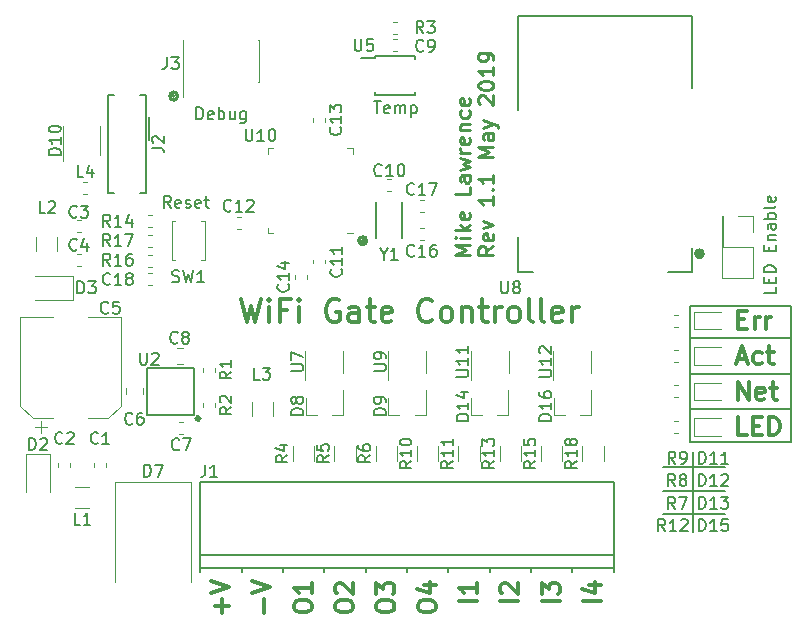
<source format=gto>
G04 #@! TF.GenerationSoftware,KiCad,Pcbnew,(5.1.2-1)-1*
G04 #@! TF.CreationDate,2019-05-05T13:35:30-05:00*
G04 #@! TF.ProjectId,WiFi-Gate-Controller,57694669-2d47-4617-9465-2d436f6e7472,rev?*
G04 #@! TF.SameCoordinates,Original*
G04 #@! TF.FileFunction,Legend,Top*
G04 #@! TF.FilePolarity,Positive*
%FSLAX46Y46*%
G04 Gerber Fmt 4.6, Leading zero omitted, Abs format (unit mm)*
G04 Created by KiCad (PCBNEW (5.1.2-1)-1) date 2019-05-05 13:35:30*
%MOMM*%
%LPD*%
G04 APERTURE LIST*
%ADD10C,0.152400*%
%ADD11C,0.177800*%
%ADD12C,0.254000*%
%ADD13C,0.304800*%
%ADD14C,0.400000*%
%ADD15C,0.120000*%
%ADD16C,0.150000*%
%ADD17C,0.203200*%
G04 APERTURE END LIST*
D10*
X39242095Y-47959619D02*
X38903428Y-47475809D01*
X38661523Y-47959619D02*
X38661523Y-46943619D01*
X39048571Y-46943619D01*
X39145333Y-46992000D01*
X39193714Y-47040380D01*
X39242095Y-47137142D01*
X39242095Y-47282285D01*
X39193714Y-47379047D01*
X39145333Y-47427428D01*
X39048571Y-47475809D01*
X38661523Y-47475809D01*
X40064571Y-47911238D02*
X39967809Y-47959619D01*
X39774285Y-47959619D01*
X39677523Y-47911238D01*
X39629142Y-47814476D01*
X39629142Y-47427428D01*
X39677523Y-47330666D01*
X39774285Y-47282285D01*
X39967809Y-47282285D01*
X40064571Y-47330666D01*
X40112952Y-47427428D01*
X40112952Y-47524190D01*
X39629142Y-47620952D01*
X40500000Y-47911238D02*
X40596761Y-47959619D01*
X40790285Y-47959619D01*
X40887047Y-47911238D01*
X40935428Y-47814476D01*
X40935428Y-47766095D01*
X40887047Y-47669333D01*
X40790285Y-47620952D01*
X40645142Y-47620952D01*
X40548380Y-47572571D01*
X40500000Y-47475809D01*
X40500000Y-47427428D01*
X40548380Y-47330666D01*
X40645142Y-47282285D01*
X40790285Y-47282285D01*
X40887047Y-47330666D01*
X41757904Y-47911238D02*
X41661142Y-47959619D01*
X41467619Y-47959619D01*
X41370857Y-47911238D01*
X41322476Y-47814476D01*
X41322476Y-47427428D01*
X41370857Y-47330666D01*
X41467619Y-47282285D01*
X41661142Y-47282285D01*
X41757904Y-47330666D01*
X41806285Y-47427428D01*
X41806285Y-47524190D01*
X41322476Y-47620952D01*
X42096571Y-47282285D02*
X42483619Y-47282285D01*
X42241714Y-46943619D02*
X42241714Y-47814476D01*
X42290095Y-47911238D01*
X42386857Y-47959619D01*
X42483619Y-47959619D01*
X41419619Y-40459619D02*
X41419619Y-39443619D01*
X41661523Y-39443619D01*
X41806666Y-39492000D01*
X41903428Y-39588761D01*
X41951809Y-39685523D01*
X42000190Y-39879047D01*
X42000190Y-40024190D01*
X41951809Y-40217714D01*
X41903428Y-40314476D01*
X41806666Y-40411238D01*
X41661523Y-40459619D01*
X41419619Y-40459619D01*
X42822666Y-40411238D02*
X42725904Y-40459619D01*
X42532380Y-40459619D01*
X42435619Y-40411238D01*
X42387238Y-40314476D01*
X42387238Y-39927428D01*
X42435619Y-39830666D01*
X42532380Y-39782285D01*
X42725904Y-39782285D01*
X42822666Y-39830666D01*
X42871047Y-39927428D01*
X42871047Y-40024190D01*
X42387238Y-40120952D01*
X43306476Y-40459619D02*
X43306476Y-39443619D01*
X43306476Y-39830666D02*
X43403238Y-39782285D01*
X43596761Y-39782285D01*
X43693523Y-39830666D01*
X43741904Y-39879047D01*
X43790285Y-39975809D01*
X43790285Y-40266095D01*
X43741904Y-40362857D01*
X43693523Y-40411238D01*
X43596761Y-40459619D01*
X43403238Y-40459619D01*
X43306476Y-40411238D01*
X44661142Y-39782285D02*
X44661142Y-40459619D01*
X44225714Y-39782285D02*
X44225714Y-40314476D01*
X44274095Y-40411238D01*
X44370857Y-40459619D01*
X44516000Y-40459619D01*
X44612761Y-40411238D01*
X44661142Y-40362857D01*
X45580380Y-39782285D02*
X45580380Y-40604761D01*
X45532000Y-40701523D01*
X45483619Y-40749904D01*
X45386857Y-40798285D01*
X45241714Y-40798285D01*
X45144952Y-40749904D01*
X45580380Y-40411238D02*
X45483619Y-40459619D01*
X45290095Y-40459619D01*
X45193333Y-40411238D01*
X45144952Y-40362857D01*
X45096571Y-40266095D01*
X45096571Y-39975809D01*
X45144952Y-39879047D01*
X45193333Y-39830666D01*
X45290095Y-39782285D01*
X45483619Y-39782285D01*
X45580380Y-39830666D01*
D11*
X55750000Y-50750000D02*
G75*
G03X55750000Y-50750000I-250000J0D01*
G01*
X55600000Y-50750000D02*
G75*
G03X55600000Y-50750000I-100000J0D01*
G01*
X55900000Y-50750000D02*
G75*
G03X55900000Y-50750000I-400000J0D01*
G01*
X83250000Y-56250000D02*
X83250000Y-67750000D01*
X91750000Y-56250000D02*
X91750000Y-67750000D01*
X80965000Y-69906000D02*
X86215000Y-69906000D01*
X80965000Y-71906000D02*
X86215000Y-71906000D01*
X80965000Y-73906000D02*
X86215000Y-73906000D01*
X83465000Y-68656000D02*
X83465000Y-75406000D01*
X91750000Y-65000000D02*
X83250000Y-65000000D01*
X91750000Y-62000000D02*
X83250000Y-62000000D01*
X91750000Y-67750000D02*
X83250000Y-67750000D01*
X91750000Y-59000000D02*
X83250000Y-59000000D01*
X83250000Y-56250000D02*
X91750000Y-56250000D01*
D10*
X90459619Y-54675225D02*
X90459619Y-55159035D01*
X89443619Y-55159035D01*
X89927428Y-54336559D02*
X89927428Y-53997892D01*
X90459619Y-53852749D02*
X90459619Y-54336559D01*
X89443619Y-54336559D01*
X89443619Y-53852749D01*
X90459619Y-53417320D02*
X89443619Y-53417320D01*
X89443619Y-53175416D01*
X89492000Y-53030273D01*
X89588761Y-52933511D01*
X89685523Y-52885130D01*
X89879047Y-52836749D01*
X90024190Y-52836749D01*
X90217714Y-52885130D01*
X90314476Y-52933511D01*
X90411238Y-53030273D01*
X90459619Y-53175416D01*
X90459619Y-53417320D01*
X89927428Y-51627225D02*
X89927428Y-51288559D01*
X90459619Y-51143416D02*
X90459619Y-51627225D01*
X89443619Y-51627225D01*
X89443619Y-51143416D01*
X89782285Y-50707987D02*
X90459619Y-50707987D01*
X89879047Y-50707987D02*
X89830666Y-50659606D01*
X89782285Y-50562844D01*
X89782285Y-50417701D01*
X89830666Y-50320940D01*
X89927428Y-50272559D01*
X90459619Y-50272559D01*
X90459619Y-49353320D02*
X89927428Y-49353320D01*
X89830666Y-49401701D01*
X89782285Y-49498463D01*
X89782285Y-49691987D01*
X89830666Y-49788749D01*
X90411238Y-49353320D02*
X90459619Y-49450082D01*
X90459619Y-49691987D01*
X90411238Y-49788749D01*
X90314476Y-49837130D01*
X90217714Y-49837130D01*
X90120952Y-49788749D01*
X90072571Y-49691987D01*
X90072571Y-49450082D01*
X90024190Y-49353320D01*
X90459619Y-48869511D02*
X89443619Y-48869511D01*
X89830666Y-48869511D02*
X89782285Y-48772749D01*
X89782285Y-48579225D01*
X89830666Y-48482463D01*
X89879047Y-48434082D01*
X89975809Y-48385701D01*
X90266095Y-48385701D01*
X90362857Y-48434082D01*
X90411238Y-48482463D01*
X90459619Y-48579225D01*
X90459619Y-48772749D01*
X90411238Y-48869511D01*
X90459619Y-47805130D02*
X90411238Y-47901892D01*
X90314476Y-47950273D01*
X89443619Y-47950273D01*
X90411238Y-47031035D02*
X90459619Y-47127797D01*
X90459619Y-47321320D01*
X90411238Y-47418082D01*
X90314476Y-47466463D01*
X89927428Y-47466463D01*
X89830666Y-47418082D01*
X89782285Y-47321320D01*
X89782285Y-47127797D01*
X89830666Y-47031035D01*
X89927428Y-46982654D01*
X90024190Y-46982654D01*
X90120952Y-47466463D01*
X56445821Y-38943619D02*
X57026393Y-38943619D01*
X56736107Y-39959619D02*
X56736107Y-38943619D01*
X57752107Y-39911238D02*
X57655345Y-39959619D01*
X57461821Y-39959619D01*
X57365060Y-39911238D01*
X57316679Y-39814476D01*
X57316679Y-39427428D01*
X57365060Y-39330666D01*
X57461821Y-39282285D01*
X57655345Y-39282285D01*
X57752107Y-39330666D01*
X57800488Y-39427428D01*
X57800488Y-39524190D01*
X57316679Y-39620952D01*
X58235917Y-39959619D02*
X58235917Y-39282285D01*
X58235917Y-39379047D02*
X58284298Y-39330666D01*
X58381060Y-39282285D01*
X58526202Y-39282285D01*
X58622964Y-39330666D01*
X58671345Y-39427428D01*
X58671345Y-39959619D01*
X58671345Y-39427428D02*
X58719726Y-39330666D01*
X58816488Y-39282285D01*
X58961631Y-39282285D01*
X59058393Y-39330666D01*
X59106774Y-39427428D01*
X59106774Y-39959619D01*
X59590583Y-39282285D02*
X59590583Y-40298285D01*
X59590583Y-39330666D02*
X59687345Y-39282285D01*
X59880869Y-39282285D01*
X59977631Y-39330666D01*
X60026012Y-39379047D01*
X60074393Y-39475809D01*
X60074393Y-39766095D01*
X60026012Y-39862857D01*
X59977631Y-39911238D01*
X59880869Y-39959619D01*
X59687345Y-39959619D01*
X59590583Y-39911238D01*
D12*
X66574523Y-51206804D02*
X65969761Y-51630138D01*
X66574523Y-51932519D02*
X65304523Y-51932519D01*
X65304523Y-51448709D01*
X65365000Y-51327757D01*
X65425476Y-51267280D01*
X65546428Y-51206804D01*
X65727857Y-51206804D01*
X65848809Y-51267280D01*
X65909285Y-51327757D01*
X65969761Y-51448709D01*
X65969761Y-51932519D01*
X66514047Y-50178709D02*
X66574523Y-50299661D01*
X66574523Y-50541566D01*
X66514047Y-50662519D01*
X66393095Y-50722995D01*
X65909285Y-50722995D01*
X65788333Y-50662519D01*
X65727857Y-50541566D01*
X65727857Y-50299661D01*
X65788333Y-50178709D01*
X65909285Y-50118233D01*
X66030238Y-50118233D01*
X66151190Y-50722995D01*
X65727857Y-49694900D02*
X66574523Y-49392519D01*
X65727857Y-49090138D01*
X66574523Y-46973471D02*
X66574523Y-47699185D01*
X66574523Y-47336328D02*
X65304523Y-47336328D01*
X65485952Y-47457280D01*
X65606904Y-47578233D01*
X65667380Y-47699185D01*
X66453571Y-46429185D02*
X66514047Y-46368709D01*
X66574523Y-46429185D01*
X66514047Y-46489661D01*
X66453571Y-46429185D01*
X66574523Y-46429185D01*
X66574523Y-45159185D02*
X66574523Y-45884900D01*
X66574523Y-45522042D02*
X65304523Y-45522042D01*
X65485952Y-45642995D01*
X65606904Y-45763947D01*
X65667380Y-45884900D01*
X66574523Y-43647280D02*
X65304523Y-43647280D01*
X66211666Y-43223947D01*
X65304523Y-42800614D01*
X66574523Y-42800614D01*
X66574523Y-41651566D02*
X65909285Y-41651566D01*
X65788333Y-41712042D01*
X65727857Y-41832995D01*
X65727857Y-42074900D01*
X65788333Y-42195852D01*
X66514047Y-41651566D02*
X66574523Y-41772519D01*
X66574523Y-42074900D01*
X66514047Y-42195852D01*
X66393095Y-42256328D01*
X66272142Y-42256328D01*
X66151190Y-42195852D01*
X66090714Y-42074900D01*
X66090714Y-41772519D01*
X66030238Y-41651566D01*
X65727857Y-41167757D02*
X66574523Y-40865376D01*
X65727857Y-40562995D02*
X66574523Y-40865376D01*
X66876904Y-40986328D01*
X66937380Y-41046804D01*
X66997857Y-41167757D01*
X65425476Y-39172042D02*
X65365000Y-39111566D01*
X65304523Y-38990614D01*
X65304523Y-38688233D01*
X65365000Y-38567280D01*
X65425476Y-38506804D01*
X65546428Y-38446328D01*
X65667380Y-38446328D01*
X65848809Y-38506804D01*
X66574523Y-39232519D01*
X66574523Y-38446328D01*
X65304523Y-37660138D02*
X65304523Y-37539185D01*
X65365000Y-37418233D01*
X65425476Y-37357757D01*
X65546428Y-37297280D01*
X65788333Y-37236804D01*
X66090714Y-37236804D01*
X66332619Y-37297280D01*
X66453571Y-37357757D01*
X66514047Y-37418233D01*
X66574523Y-37539185D01*
X66574523Y-37660138D01*
X66514047Y-37781090D01*
X66453571Y-37841566D01*
X66332619Y-37902042D01*
X66090714Y-37962519D01*
X65788333Y-37962519D01*
X65546428Y-37902042D01*
X65425476Y-37841566D01*
X65365000Y-37781090D01*
X65304523Y-37660138D01*
X66574523Y-36027280D02*
X66574523Y-36752995D01*
X66574523Y-36390138D02*
X65304523Y-36390138D01*
X65485952Y-36511090D01*
X65606904Y-36632042D01*
X65667380Y-36752995D01*
X66574523Y-35422519D02*
X66574523Y-35180614D01*
X66514047Y-35059661D01*
X66453571Y-34999185D01*
X66272142Y-34878233D01*
X66030238Y-34817757D01*
X65546428Y-34817757D01*
X65425476Y-34878233D01*
X65365000Y-34938709D01*
X65304523Y-35059661D01*
X65304523Y-35301566D01*
X65365000Y-35422519D01*
X65425476Y-35482995D01*
X65546428Y-35543471D01*
X65848809Y-35543471D01*
X65969761Y-35482995D01*
X66030238Y-35422519D01*
X66090714Y-35301566D01*
X66090714Y-35059661D01*
X66030238Y-34938709D01*
X65969761Y-34878233D01*
X65848809Y-34817757D01*
X64574523Y-51932519D02*
X63304523Y-51932519D01*
X64211666Y-51509185D01*
X63304523Y-51085852D01*
X64574523Y-51085852D01*
X64574523Y-50481090D02*
X63727857Y-50481090D01*
X63304523Y-50481090D02*
X63365000Y-50541566D01*
X63425476Y-50481090D01*
X63365000Y-50420614D01*
X63304523Y-50481090D01*
X63425476Y-50481090D01*
X64574523Y-49876328D02*
X63304523Y-49876328D01*
X64090714Y-49755376D02*
X64574523Y-49392519D01*
X63727857Y-49392519D02*
X64211666Y-49876328D01*
X64514047Y-48364423D02*
X64574523Y-48485376D01*
X64574523Y-48727280D01*
X64514047Y-48848233D01*
X64393095Y-48908709D01*
X63909285Y-48908709D01*
X63788333Y-48848233D01*
X63727857Y-48727280D01*
X63727857Y-48485376D01*
X63788333Y-48364423D01*
X63909285Y-48303947D01*
X64030238Y-48303947D01*
X64151190Y-48908709D01*
X64574523Y-46187280D02*
X64574523Y-46792042D01*
X63304523Y-46792042D01*
X64574523Y-45219661D02*
X63909285Y-45219661D01*
X63788333Y-45280138D01*
X63727857Y-45401090D01*
X63727857Y-45642995D01*
X63788333Y-45763947D01*
X64514047Y-45219661D02*
X64574523Y-45340614D01*
X64574523Y-45642995D01*
X64514047Y-45763947D01*
X64393095Y-45824423D01*
X64272142Y-45824423D01*
X64151190Y-45763947D01*
X64090714Y-45642995D01*
X64090714Y-45340614D01*
X64030238Y-45219661D01*
X63727857Y-44735852D02*
X64574523Y-44493947D01*
X63969761Y-44252042D01*
X64574523Y-44010138D01*
X63727857Y-43768233D01*
X64574523Y-43284423D02*
X63727857Y-43284423D01*
X63969761Y-43284423D02*
X63848809Y-43223947D01*
X63788333Y-43163471D01*
X63727857Y-43042519D01*
X63727857Y-42921566D01*
X64514047Y-42014423D02*
X64574523Y-42135376D01*
X64574523Y-42377280D01*
X64514047Y-42498233D01*
X64393095Y-42558709D01*
X63909285Y-42558709D01*
X63788333Y-42498233D01*
X63727857Y-42377280D01*
X63727857Y-42135376D01*
X63788333Y-42014423D01*
X63909285Y-41953947D01*
X64030238Y-41953947D01*
X64151190Y-42558709D01*
X63727857Y-41409661D02*
X64574523Y-41409661D01*
X63848809Y-41409661D02*
X63788333Y-41349185D01*
X63727857Y-41228233D01*
X63727857Y-41046804D01*
X63788333Y-40925852D01*
X63909285Y-40865376D01*
X64574523Y-40865376D01*
X64514047Y-39716328D02*
X64574523Y-39837280D01*
X64574523Y-40079185D01*
X64514047Y-40200138D01*
X64453571Y-40260614D01*
X64332619Y-40321090D01*
X63969761Y-40321090D01*
X63848809Y-40260614D01*
X63788333Y-40200138D01*
X63727857Y-40079185D01*
X63727857Y-39837280D01*
X63788333Y-39716328D01*
X64514047Y-38688233D02*
X64574523Y-38809185D01*
X64574523Y-39051090D01*
X64514047Y-39172042D01*
X64393095Y-39232519D01*
X63909285Y-39232519D01*
X63788333Y-39172042D01*
X63727857Y-39051090D01*
X63727857Y-38809185D01*
X63788333Y-38688233D01*
X63909285Y-38627757D01*
X64030238Y-38627757D01*
X64151190Y-39232519D01*
D13*
X45220262Y-55706785D02*
X45673834Y-57611785D01*
X46036691Y-56251071D01*
X46399548Y-57611785D01*
X46853120Y-55706785D01*
X47578834Y-57611785D02*
X47578834Y-56341785D01*
X47578834Y-55706785D02*
X47488120Y-55797500D01*
X47578834Y-55888214D01*
X47669548Y-55797500D01*
X47578834Y-55706785D01*
X47578834Y-55888214D01*
X49120977Y-56613928D02*
X48485977Y-56613928D01*
X48485977Y-57611785D02*
X48485977Y-55706785D01*
X49393120Y-55706785D01*
X50118834Y-57611785D02*
X50118834Y-56341785D01*
X50118834Y-55706785D02*
X50028120Y-55797500D01*
X50118834Y-55888214D01*
X50209548Y-55797500D01*
X50118834Y-55706785D01*
X50118834Y-55888214D01*
X53475262Y-55797500D02*
X53293834Y-55706785D01*
X53021691Y-55706785D01*
X52749548Y-55797500D01*
X52568120Y-55978928D01*
X52477405Y-56160357D01*
X52386691Y-56523214D01*
X52386691Y-56795357D01*
X52477405Y-57158214D01*
X52568120Y-57339642D01*
X52749548Y-57521071D01*
X53021691Y-57611785D01*
X53203120Y-57611785D01*
X53475262Y-57521071D01*
X53565977Y-57430357D01*
X53565977Y-56795357D01*
X53203120Y-56795357D01*
X55198834Y-57611785D02*
X55198834Y-56613928D01*
X55108120Y-56432500D01*
X54926691Y-56341785D01*
X54563834Y-56341785D01*
X54382405Y-56432500D01*
X55198834Y-57521071D02*
X55017405Y-57611785D01*
X54563834Y-57611785D01*
X54382405Y-57521071D01*
X54291691Y-57339642D01*
X54291691Y-57158214D01*
X54382405Y-56976785D01*
X54563834Y-56886071D01*
X55017405Y-56886071D01*
X55198834Y-56795357D01*
X55833834Y-56341785D02*
X56559548Y-56341785D01*
X56105977Y-55706785D02*
X56105977Y-57339642D01*
X56196691Y-57521071D01*
X56378120Y-57611785D01*
X56559548Y-57611785D01*
X57920262Y-57521071D02*
X57738834Y-57611785D01*
X57375977Y-57611785D01*
X57194548Y-57521071D01*
X57103834Y-57339642D01*
X57103834Y-56613928D01*
X57194548Y-56432500D01*
X57375977Y-56341785D01*
X57738834Y-56341785D01*
X57920262Y-56432500D01*
X58010977Y-56613928D01*
X58010977Y-56795357D01*
X57103834Y-56976785D01*
X61367405Y-57430357D02*
X61276691Y-57521071D01*
X61004548Y-57611785D01*
X60823120Y-57611785D01*
X60550977Y-57521071D01*
X60369548Y-57339642D01*
X60278834Y-57158214D01*
X60188120Y-56795357D01*
X60188120Y-56523214D01*
X60278834Y-56160357D01*
X60369548Y-55978928D01*
X60550977Y-55797500D01*
X60823120Y-55706785D01*
X61004548Y-55706785D01*
X61276691Y-55797500D01*
X61367405Y-55888214D01*
X62455977Y-57611785D02*
X62274548Y-57521071D01*
X62183834Y-57430357D01*
X62093120Y-57248928D01*
X62093120Y-56704642D01*
X62183834Y-56523214D01*
X62274548Y-56432500D01*
X62455977Y-56341785D01*
X62728120Y-56341785D01*
X62909548Y-56432500D01*
X63000262Y-56523214D01*
X63090977Y-56704642D01*
X63090977Y-57248928D01*
X63000262Y-57430357D01*
X62909548Y-57521071D01*
X62728120Y-57611785D01*
X62455977Y-57611785D01*
X63907405Y-56341785D02*
X63907405Y-57611785D01*
X63907405Y-56523214D02*
X63998120Y-56432500D01*
X64179548Y-56341785D01*
X64451691Y-56341785D01*
X64633120Y-56432500D01*
X64723834Y-56613928D01*
X64723834Y-57611785D01*
X65358834Y-56341785D02*
X66084548Y-56341785D01*
X65630977Y-55706785D02*
X65630977Y-57339642D01*
X65721691Y-57521071D01*
X65903120Y-57611785D01*
X66084548Y-57611785D01*
X66719548Y-57611785D02*
X66719548Y-56341785D01*
X66719548Y-56704642D02*
X66810262Y-56523214D01*
X66900977Y-56432500D01*
X67082405Y-56341785D01*
X67263834Y-56341785D01*
X68170977Y-57611785D02*
X67989548Y-57521071D01*
X67898834Y-57430357D01*
X67808120Y-57248928D01*
X67808120Y-56704642D01*
X67898834Y-56523214D01*
X67989548Y-56432500D01*
X68170977Y-56341785D01*
X68443120Y-56341785D01*
X68624548Y-56432500D01*
X68715262Y-56523214D01*
X68805977Y-56704642D01*
X68805977Y-57248928D01*
X68715262Y-57430357D01*
X68624548Y-57521071D01*
X68443120Y-57611785D01*
X68170977Y-57611785D01*
X69894548Y-57611785D02*
X69713120Y-57521071D01*
X69622405Y-57339642D01*
X69622405Y-55706785D01*
X70892405Y-57611785D02*
X70710977Y-57521071D01*
X70620262Y-57339642D01*
X70620262Y-55706785D01*
X72343834Y-57521071D02*
X72162405Y-57611785D01*
X71799548Y-57611785D01*
X71618120Y-57521071D01*
X71527405Y-57339642D01*
X71527405Y-56613928D01*
X71618120Y-56432500D01*
X71799548Y-56341785D01*
X72162405Y-56341785D01*
X72343834Y-56432500D01*
X72434548Y-56613928D01*
X72434548Y-56795357D01*
X71527405Y-56976785D01*
X73250977Y-57611785D02*
X73250977Y-56341785D01*
X73250977Y-56704642D02*
X73341691Y-56523214D01*
X73432405Y-56432500D01*
X73613834Y-56341785D01*
X73795262Y-56341785D01*
D11*
X39600000Y-38500000D02*
G75*
G03X39600000Y-38500000I-100000J0D01*
G01*
X39750000Y-38500000D02*
G75*
G03X39750000Y-38500000I-250000J0D01*
G01*
X39900000Y-38500000D02*
G75*
G03X39900000Y-38500000I-400000J0D01*
G01*
D13*
X88036691Y-67189428D02*
X87310977Y-67189428D01*
X87310977Y-65665428D01*
X88544691Y-66391142D02*
X89052691Y-66391142D01*
X89270405Y-67189428D02*
X88544691Y-67189428D01*
X88544691Y-65665428D01*
X89270405Y-65665428D01*
X89923548Y-67189428D02*
X89923548Y-65665428D01*
X90286405Y-65665428D01*
X90504120Y-65738000D01*
X90649262Y-65883142D01*
X90721834Y-66028285D01*
X90794405Y-66318571D01*
X90794405Y-66536285D01*
X90721834Y-66826571D01*
X90649262Y-66971714D01*
X90504120Y-67116857D01*
X90286405Y-67189428D01*
X89923548Y-67189428D01*
X87310977Y-64189428D02*
X87310977Y-62665428D01*
X88181834Y-64189428D01*
X88181834Y-62665428D01*
X89488120Y-64116857D02*
X89342977Y-64189428D01*
X89052691Y-64189428D01*
X88907548Y-64116857D01*
X88834977Y-63971714D01*
X88834977Y-63391142D01*
X88907548Y-63246000D01*
X89052691Y-63173428D01*
X89342977Y-63173428D01*
X89488120Y-63246000D01*
X89560691Y-63391142D01*
X89560691Y-63536285D01*
X88834977Y-63681428D01*
X89996120Y-63173428D02*
X90576691Y-63173428D01*
X90213834Y-62665428D02*
X90213834Y-63971714D01*
X90286405Y-64116857D01*
X90431548Y-64189428D01*
X90576691Y-64189428D01*
X87238405Y-60754000D02*
X87964120Y-60754000D01*
X87093262Y-61189428D02*
X87601262Y-59665428D01*
X88109262Y-61189428D01*
X89270405Y-61116857D02*
X89125262Y-61189428D01*
X88834977Y-61189428D01*
X88689834Y-61116857D01*
X88617262Y-61044285D01*
X88544691Y-60899142D01*
X88544691Y-60463714D01*
X88617262Y-60318571D01*
X88689834Y-60246000D01*
X88834977Y-60173428D01*
X89125262Y-60173428D01*
X89270405Y-60246000D01*
X89705834Y-60173428D02*
X90286405Y-60173428D01*
X89923548Y-59665428D02*
X89923548Y-60971714D01*
X89996120Y-61116857D01*
X90141262Y-61189428D01*
X90286405Y-61189428D01*
X87310977Y-57391142D02*
X87818977Y-57391142D01*
X88036691Y-58189428D02*
X87310977Y-58189428D01*
X87310977Y-56665428D01*
X88036691Y-56665428D01*
X88689834Y-58189428D02*
X88689834Y-57173428D01*
X88689834Y-57463714D02*
X88762405Y-57318571D01*
X88834977Y-57246000D01*
X88980120Y-57173428D01*
X89125262Y-57173428D01*
X89633262Y-58189428D02*
X89633262Y-57173428D01*
X89633262Y-57463714D02*
X89705834Y-57318571D01*
X89778405Y-57246000D01*
X89923548Y-57173428D01*
X90068691Y-57173428D01*
X75689428Y-81262405D02*
X74165428Y-81262405D01*
X74673428Y-79883548D02*
X75689428Y-79883548D01*
X74092857Y-80246405D02*
X75181428Y-80609262D01*
X75181428Y-79665834D01*
X72189428Y-81262405D02*
X70665428Y-81262405D01*
X70665428Y-80681834D02*
X70665428Y-79738405D01*
X71246000Y-80246405D01*
X71246000Y-80028691D01*
X71318571Y-79883548D01*
X71391142Y-79810977D01*
X71536285Y-79738405D01*
X71899142Y-79738405D01*
X72044285Y-79810977D01*
X72116857Y-79883548D01*
X72189428Y-80028691D01*
X72189428Y-80464120D01*
X72116857Y-80609262D01*
X72044285Y-80681834D01*
X68689428Y-81262405D02*
X67165428Y-81262405D01*
X67310571Y-80609262D02*
X67238000Y-80536691D01*
X67165428Y-80391548D01*
X67165428Y-80028691D01*
X67238000Y-79883548D01*
X67310571Y-79810977D01*
X67455714Y-79738405D01*
X67600857Y-79738405D01*
X67818571Y-79810977D01*
X68689428Y-80681834D01*
X68689428Y-79738405D01*
X65189428Y-81262405D02*
X63665428Y-81262405D01*
X65189428Y-79738405D02*
X65189428Y-80609262D01*
X65189428Y-80173834D02*
X63665428Y-80173834D01*
X63883142Y-80318977D01*
X64028285Y-80464120D01*
X64100857Y-80609262D01*
X60165428Y-81842977D02*
X60165428Y-81552691D01*
X60238000Y-81407548D01*
X60383142Y-81262405D01*
X60673428Y-81189834D01*
X61181428Y-81189834D01*
X61471714Y-81262405D01*
X61616857Y-81407548D01*
X61689428Y-81552691D01*
X61689428Y-81842977D01*
X61616857Y-81988120D01*
X61471714Y-82133262D01*
X61181428Y-82205834D01*
X60673428Y-82205834D01*
X60383142Y-82133262D01*
X60238000Y-81988120D01*
X60165428Y-81842977D01*
X60673428Y-79883548D02*
X61689428Y-79883548D01*
X60092857Y-80246405D02*
X61181428Y-80609262D01*
X61181428Y-79665834D01*
X56665428Y-81842977D02*
X56665428Y-81552691D01*
X56738000Y-81407548D01*
X56883142Y-81262405D01*
X57173428Y-81189834D01*
X57681428Y-81189834D01*
X57971714Y-81262405D01*
X58116857Y-81407548D01*
X58189428Y-81552691D01*
X58189428Y-81842977D01*
X58116857Y-81988120D01*
X57971714Y-82133262D01*
X57681428Y-82205834D01*
X57173428Y-82205834D01*
X56883142Y-82133262D01*
X56738000Y-81988120D01*
X56665428Y-81842977D01*
X56665428Y-80681834D02*
X56665428Y-79738405D01*
X57246000Y-80246405D01*
X57246000Y-80028691D01*
X57318571Y-79883548D01*
X57391142Y-79810977D01*
X57536285Y-79738405D01*
X57899142Y-79738405D01*
X58044285Y-79810977D01*
X58116857Y-79883548D01*
X58189428Y-80028691D01*
X58189428Y-80464120D01*
X58116857Y-80609262D01*
X58044285Y-80681834D01*
X53165428Y-81842977D02*
X53165428Y-81552691D01*
X53238000Y-81407548D01*
X53383142Y-81262405D01*
X53673428Y-81189834D01*
X54181428Y-81189834D01*
X54471714Y-81262405D01*
X54616857Y-81407548D01*
X54689428Y-81552691D01*
X54689428Y-81842977D01*
X54616857Y-81988120D01*
X54471714Y-82133262D01*
X54181428Y-82205834D01*
X53673428Y-82205834D01*
X53383142Y-82133262D01*
X53238000Y-81988120D01*
X53165428Y-81842977D01*
X53310571Y-80609262D02*
X53238000Y-80536691D01*
X53165428Y-80391548D01*
X53165428Y-80028691D01*
X53238000Y-79883548D01*
X53310571Y-79810977D01*
X53455714Y-79738405D01*
X53600857Y-79738405D01*
X53818571Y-79810977D01*
X54689428Y-80681834D01*
X54689428Y-79738405D01*
X49665428Y-81842977D02*
X49665428Y-81552691D01*
X49738000Y-81407548D01*
X49883142Y-81262405D01*
X50173428Y-81189834D01*
X50681428Y-81189834D01*
X50971714Y-81262405D01*
X51116857Y-81407548D01*
X51189428Y-81552691D01*
X51189428Y-81842977D01*
X51116857Y-81988120D01*
X50971714Y-82133262D01*
X50681428Y-82205834D01*
X50173428Y-82205834D01*
X49883142Y-82133262D01*
X49738000Y-81988120D01*
X49665428Y-81842977D01*
X51189428Y-79738405D02*
X51189428Y-80609262D01*
X51189428Y-80173834D02*
X49665428Y-80173834D01*
X49883142Y-80318977D01*
X50028285Y-80464120D01*
X50100857Y-80609262D01*
X47108857Y-82278405D02*
X47108857Y-81117262D01*
X46165428Y-80609262D02*
X47689428Y-80101262D01*
X46165428Y-79593262D01*
X43608857Y-82278405D02*
X43608857Y-81117262D01*
X44189428Y-81697834D02*
X43028285Y-81697834D01*
X42665428Y-80609262D02*
X44189428Y-80101262D01*
X42665428Y-79593262D01*
D10*
X58850000Y-50500000D02*
X58850000Y-47500000D01*
X56650000Y-50500000D02*
X56650000Y-47500000D01*
D14*
X41650000Y-65800000D02*
G75*
G03X41650000Y-65800000I-100000J0D01*
G01*
D10*
X41250000Y-61500000D02*
X41250000Y-65500000D01*
X37250000Y-61500000D02*
X41250000Y-61500000D01*
X37250000Y-65500000D02*
X37250000Y-61500000D01*
X41250000Y-65500000D02*
X37250000Y-65500000D01*
D15*
X40258578Y-61210000D02*
X39741422Y-61210000D01*
X40258578Y-59790000D02*
X39741422Y-59790000D01*
X27840000Y-50393936D02*
X27840000Y-51598064D01*
X29660000Y-50393936D02*
X29660000Y-51598064D01*
D16*
X76748000Y-71212000D02*
X41748000Y-71212000D01*
X76748000Y-78812000D02*
X76748000Y-71212000D01*
X41748000Y-71212000D02*
X41748000Y-78812000D01*
X41748000Y-78412000D02*
X76748000Y-78412000D01*
X41748000Y-77312000D02*
X76748000Y-77312000D01*
X55748000Y-78412000D02*
X55748000Y-78812000D01*
X48748000Y-78412000D02*
X48748000Y-78812000D01*
X45248000Y-78412000D02*
X45248000Y-78812000D01*
X59248000Y-78412000D02*
X59248000Y-78812000D01*
X62748000Y-78412000D02*
X62748000Y-78812000D01*
X52248000Y-78412000D02*
X52248000Y-78812000D01*
X66248000Y-78412000D02*
X66248000Y-78812000D01*
X73248000Y-78412000D02*
X73248000Y-78812000D01*
X69748000Y-78412000D02*
X69748000Y-78812000D01*
D15*
X32740000Y-69587221D02*
X32740000Y-69912779D01*
X33760000Y-69587221D02*
X33760000Y-69912779D01*
X30760000Y-69587221D02*
X30760000Y-69912779D01*
X29740000Y-69587221D02*
X29740000Y-69912779D01*
X31662779Y-50006000D02*
X31337221Y-50006000D01*
X31662779Y-48986000D02*
X31337221Y-48986000D01*
X31662779Y-52906000D02*
X31337221Y-52906000D01*
X31662779Y-51886000D02*
X31337221Y-51886000D01*
X35010000Y-57240000D02*
X32260000Y-57240000D01*
X26490000Y-57240000D02*
X29240000Y-57240000D01*
X26490000Y-64695563D02*
X26490000Y-57240000D01*
X35010000Y-64695563D02*
X35010000Y-57240000D01*
X33945563Y-65760000D02*
X32260000Y-65760000D01*
X27554437Y-65760000D02*
X29240000Y-65760000D01*
X27554437Y-65760000D02*
X26490000Y-64695563D01*
X33945563Y-65760000D02*
X35010000Y-64695563D01*
X28240000Y-67000000D02*
X28240000Y-66000000D01*
X27740000Y-66500000D02*
X28740000Y-66500000D01*
X36870000Y-63758578D02*
X36870000Y-63241422D01*
X35450000Y-63758578D02*
X35450000Y-63241422D01*
X40294779Y-66090000D02*
X39969221Y-66090000D01*
X40294779Y-67110000D02*
X39969221Y-67110000D01*
X58087221Y-33658500D02*
X58412779Y-33658500D01*
X58087221Y-34678500D02*
X58412779Y-34678500D01*
X57912779Y-46553000D02*
X57587221Y-46553000D01*
X57912779Y-45533000D02*
X57587221Y-45533000D01*
X52328750Y-52662779D02*
X52328750Y-52337221D01*
X51308750Y-52662779D02*
X51308750Y-52337221D01*
X44837221Y-48740000D02*
X45162779Y-48740000D01*
X44837221Y-49760000D02*
X45162779Y-49760000D01*
X52328750Y-40337221D02*
X52328750Y-40662779D01*
X51308750Y-40337221D02*
X51308750Y-40662779D01*
X50767000Y-53952779D02*
X50767000Y-53627221D01*
X49747000Y-53952779D02*
X49747000Y-53627221D01*
X60662779Y-49690000D02*
X60337221Y-49690000D01*
X60662779Y-50710000D02*
X60337221Y-50710000D01*
X60662779Y-48310000D02*
X60337221Y-48310000D01*
X60662779Y-47290000D02*
X60337221Y-47290000D01*
X37662779Y-54510000D02*
X37337221Y-54510000D01*
X37662779Y-53490000D02*
X37337221Y-53490000D01*
X29000000Y-72000000D02*
X29000000Y-68800000D01*
X27000000Y-68800000D02*
X27000000Y-72000000D01*
X27000000Y-68800000D02*
X29000000Y-68800000D01*
X30950000Y-53750000D02*
X30950000Y-55750000D01*
X30950000Y-53750000D02*
X27750000Y-53750000D01*
X27750000Y-55750000D02*
X30950000Y-55750000D01*
X34500000Y-71200000D02*
X41000000Y-71200000D01*
X34500000Y-71200000D02*
X34500000Y-79600000D01*
X41000000Y-71200000D02*
X41000000Y-79600000D01*
X50670000Y-65510000D02*
X50670000Y-64050000D01*
X53830000Y-65510000D02*
X53830000Y-63350000D01*
X53830000Y-65510000D02*
X52900000Y-65510000D01*
X50670000Y-65510000D02*
X51600000Y-65510000D01*
X57670000Y-65510000D02*
X58600000Y-65510000D01*
X60830000Y-65510000D02*
X59900000Y-65510000D01*
X60830000Y-65510000D02*
X60830000Y-63350000D01*
X57670000Y-65510000D02*
X57670000Y-64050000D01*
X33265000Y-43450000D02*
X33265000Y-41050000D01*
X30165000Y-41050000D02*
X30165000Y-44000000D01*
X85800000Y-56765000D02*
X83515000Y-56765000D01*
X83515000Y-56765000D02*
X83515000Y-58235000D01*
X83515000Y-58235000D02*
X85800000Y-58235000D01*
X85800000Y-59765000D02*
X83515000Y-59765000D01*
X83515000Y-59765000D02*
X83515000Y-61235000D01*
X83515000Y-61235000D02*
X85800000Y-61235000D01*
X83515000Y-64235000D02*
X85800000Y-64235000D01*
X83515000Y-62765000D02*
X83515000Y-64235000D01*
X85800000Y-62765000D02*
X83515000Y-62765000D01*
X64670000Y-65510000D02*
X65600000Y-65510000D01*
X67830000Y-65510000D02*
X66900000Y-65510000D01*
X67830000Y-65510000D02*
X67830000Y-63350000D01*
X64670000Y-65510000D02*
X64670000Y-64050000D01*
X83515000Y-67235000D02*
X85800000Y-67235000D01*
X83515000Y-65765000D02*
X83515000Y-67235000D01*
X85800000Y-65765000D02*
X83515000Y-65765000D01*
X71670000Y-65510000D02*
X71670000Y-64050000D01*
X74830000Y-65510000D02*
X74830000Y-63350000D01*
X74830000Y-65510000D02*
X73900000Y-65510000D01*
X71670000Y-65510000D02*
X72600000Y-65510000D01*
X32352064Y-73410000D02*
X31147936Y-73410000D01*
X32352064Y-71590000D02*
X31147936Y-71590000D01*
X46090000Y-65602064D02*
X46090000Y-64397936D01*
X47910000Y-65602064D02*
X47910000Y-64397936D01*
X47933750Y-50110000D02*
X47458750Y-50110000D01*
X47458750Y-50110000D02*
X47458750Y-49635000D01*
X54203750Y-42890000D02*
X54678750Y-42890000D01*
X54678750Y-42890000D02*
X54678750Y-43365000D01*
X47933750Y-42890000D02*
X47458750Y-42890000D01*
X47458750Y-42890000D02*
X47458750Y-43365000D01*
X54203750Y-50110000D02*
X54678750Y-50110000D01*
X31837221Y-45740000D02*
X32162779Y-45740000D01*
X31837221Y-46760000D02*
X32162779Y-46760000D01*
X40265000Y-37265000D02*
X40265000Y-33735000D01*
X46735000Y-37265000D02*
X46735000Y-33735000D01*
X40330000Y-38590000D02*
X40330000Y-37265000D01*
X40265000Y-37265000D02*
X40330000Y-37265000D01*
X40265000Y-33735000D02*
X40330000Y-33735000D01*
X46670000Y-37265000D02*
X46735000Y-37265000D01*
X46670000Y-33735000D02*
X46735000Y-33735000D01*
X85920000Y-48670000D02*
X85920000Y-53870000D01*
X85980000Y-48670000D02*
X85920000Y-48670000D01*
X88580000Y-53870000D02*
X85920000Y-53870000D01*
X85980000Y-48670000D02*
X85980000Y-51270000D01*
X85980000Y-51270000D02*
X88580000Y-51270000D01*
X88580000Y-51270000D02*
X88580000Y-53870000D01*
X87250000Y-48670000D02*
X88580000Y-48670000D01*
X88580000Y-48670000D02*
X88580000Y-50000000D01*
X42000000Y-61501221D02*
X42000000Y-61826779D01*
X43020000Y-61501221D02*
X43020000Y-61826779D01*
X43020000Y-64487221D02*
X43020000Y-64812779D01*
X42000000Y-64487221D02*
X42000000Y-64812779D01*
X58412779Y-33218000D02*
X58087221Y-33218000D01*
X58412779Y-32198000D02*
X58087221Y-32198000D01*
X51410000Y-69352064D02*
X51410000Y-68147936D01*
X49590000Y-69352064D02*
X49590000Y-68147936D01*
X53090000Y-69352064D02*
X53090000Y-68147936D01*
X54910000Y-69352064D02*
X54910000Y-68147936D01*
X58410000Y-69352064D02*
X58410000Y-68147936D01*
X56590000Y-69352064D02*
X56590000Y-68147936D01*
X81837221Y-64010000D02*
X82162779Y-64010000D01*
X81837221Y-62990000D02*
X82162779Y-62990000D01*
X81837221Y-59990000D02*
X82162779Y-59990000D01*
X81837221Y-61010000D02*
X82162779Y-61010000D01*
X81837221Y-58010000D02*
X82162779Y-58010000D01*
X81837221Y-56990000D02*
X82162779Y-56990000D01*
X60090000Y-69352064D02*
X60090000Y-68147936D01*
X61910000Y-69352064D02*
X61910000Y-68147936D01*
X63590000Y-69352064D02*
X63590000Y-68147936D01*
X65410000Y-69352064D02*
X65410000Y-68147936D01*
X68910000Y-69352064D02*
X68910000Y-68147936D01*
X67090000Y-69352064D02*
X67090000Y-68147936D01*
X70590000Y-69352064D02*
X70590000Y-68147936D01*
X72410000Y-69352064D02*
X72410000Y-68147936D01*
X74090000Y-69352064D02*
X74090000Y-68147936D01*
X75910000Y-69352064D02*
X75910000Y-68147936D01*
X39632000Y-49092000D02*
X39332000Y-49092000D01*
X39332000Y-49092000D02*
X39332000Y-52392000D01*
X39332000Y-52392000D02*
X39632000Y-52392000D01*
X41832000Y-49092000D02*
X42132000Y-49092000D01*
X42132000Y-49092000D02*
X42132000Y-52392000D01*
X42132000Y-52392000D02*
X41832000Y-52392000D01*
D16*
X56575000Y-35075000D02*
X56575000Y-35250000D01*
X59925000Y-35075000D02*
X59925000Y-35325000D01*
X59925000Y-38425000D02*
X59925000Y-38175000D01*
X56575000Y-38425000D02*
X56575000Y-38175000D01*
X56575000Y-35075000D02*
X59925000Y-35075000D01*
X56575000Y-38425000D02*
X59925000Y-38425000D01*
X56575000Y-35250000D02*
X55325000Y-35250000D01*
D15*
X53860000Y-61900000D02*
X53860000Y-60100000D01*
X50640000Y-60100000D02*
X50640000Y-62550000D01*
X57640000Y-60100000D02*
X57640000Y-62550000D01*
X60860000Y-61900000D02*
X60860000Y-60100000D01*
X67860000Y-61900000D02*
X67860000Y-60100000D01*
X64640000Y-60100000D02*
X64640000Y-62550000D01*
X71640000Y-60100000D02*
X71640000Y-62550000D01*
X74860000Y-61900000D02*
X74860000Y-60100000D01*
X81837221Y-67010000D02*
X82162779Y-67010000D01*
X81837221Y-65990000D02*
X82162779Y-65990000D01*
X37337221Y-48540000D02*
X37662779Y-48540000D01*
X37337221Y-49560000D02*
X37662779Y-49560000D01*
X37337221Y-51940000D02*
X37662779Y-51940000D01*
X37337221Y-52960000D02*
X37662779Y-52960000D01*
X37337221Y-51260000D02*
X37662779Y-51260000D01*
X37337221Y-50240000D02*
X37662779Y-50240000D01*
D16*
X36655000Y-38400000D02*
X37130000Y-38400000D01*
X37130000Y-38400000D02*
X37130000Y-46700000D01*
X37130000Y-46700000D02*
X36655000Y-46700000D01*
X34405000Y-38400000D02*
X33930000Y-38400000D01*
X33930000Y-38400000D02*
X33930000Y-46700000D01*
X33930000Y-46700000D02*
X34405000Y-46700000D01*
X37430000Y-40250000D02*
X37430000Y-42250000D01*
D10*
X68635000Y-53420000D02*
X68635000Y-50400000D01*
X69900000Y-53420000D02*
X68635000Y-53420000D01*
X83365000Y-53420000D02*
X81350000Y-53420000D01*
X83365000Y-51400000D02*
X83365000Y-53420000D01*
D17*
X84165000Y-51850000D02*
G75*
G03X84165000Y-51850000I-150000J0D01*
G01*
D10*
X68635000Y-31700000D02*
X83365000Y-31700000D01*
D16*
X84100000Y-51850000D02*
G75*
G03X84100000Y-51850000I-85000J0D01*
G01*
X84300000Y-51850000D02*
G75*
G03X84300000Y-51850000I-285000J0D01*
G01*
X84400000Y-51850000D02*
G75*
G03X84400000Y-51850000I-385000J0D01*
G01*
X83700000Y-51850000D02*
X84300000Y-51850000D01*
D10*
X68635000Y-31700000D02*
X68635000Y-39701000D01*
X83365000Y-31700000D02*
X83365000Y-37796000D01*
D16*
X57273809Y-51861190D02*
X57273809Y-52337380D01*
X56940476Y-51337380D02*
X57273809Y-51861190D01*
X57607142Y-51337380D01*
X58464285Y-52337380D02*
X57892857Y-52337380D01*
X58178571Y-52337380D02*
X58178571Y-51337380D01*
X58083333Y-51480238D01*
X57988095Y-51575476D01*
X57892857Y-51623095D01*
X36668095Y-60227380D02*
X36668095Y-61036904D01*
X36715714Y-61132142D01*
X36763333Y-61179761D01*
X36858571Y-61227380D01*
X37049047Y-61227380D01*
X37144285Y-61179761D01*
X37191904Y-61132142D01*
X37239523Y-61036904D01*
X37239523Y-60227380D01*
X37668095Y-60322619D02*
X37715714Y-60275000D01*
X37810952Y-60227380D01*
X38049047Y-60227380D01*
X38144285Y-60275000D01*
X38191904Y-60322619D01*
X38239523Y-60417857D01*
X38239523Y-60513095D01*
X38191904Y-60655952D01*
X37620476Y-61227380D01*
X38239523Y-61227380D01*
X39833333Y-59354142D02*
X39785714Y-59401761D01*
X39642857Y-59449380D01*
X39547619Y-59449380D01*
X39404761Y-59401761D01*
X39309523Y-59306523D01*
X39261904Y-59211285D01*
X39214285Y-59020809D01*
X39214285Y-58877952D01*
X39261904Y-58687476D01*
X39309523Y-58592238D01*
X39404761Y-58497000D01*
X39547619Y-58449380D01*
X39642857Y-58449380D01*
X39785714Y-58497000D01*
X39833333Y-58544619D01*
X40404761Y-58877952D02*
X40309523Y-58830333D01*
X40261904Y-58782714D01*
X40214285Y-58687476D01*
X40214285Y-58639857D01*
X40261904Y-58544619D01*
X40309523Y-58497000D01*
X40404761Y-58449380D01*
X40595238Y-58449380D01*
X40690476Y-58497000D01*
X40738095Y-58544619D01*
X40785714Y-58639857D01*
X40785714Y-58687476D01*
X40738095Y-58782714D01*
X40690476Y-58830333D01*
X40595238Y-58877952D01*
X40404761Y-58877952D01*
X40309523Y-58925571D01*
X40261904Y-58973190D01*
X40214285Y-59068428D01*
X40214285Y-59258904D01*
X40261904Y-59354142D01*
X40309523Y-59401761D01*
X40404761Y-59449380D01*
X40595238Y-59449380D01*
X40690476Y-59401761D01*
X40738095Y-59354142D01*
X40785714Y-59258904D01*
X40785714Y-59068428D01*
X40738095Y-58973190D01*
X40690476Y-58925571D01*
X40595238Y-58877952D01*
X28627333Y-48400380D02*
X28151142Y-48400380D01*
X28151142Y-47400380D01*
X28913047Y-47495619D02*
X28960666Y-47448000D01*
X29055904Y-47400380D01*
X29294000Y-47400380D01*
X29389238Y-47448000D01*
X29436857Y-47495619D01*
X29484476Y-47590857D01*
X29484476Y-47686095D01*
X29436857Y-47828952D01*
X28865428Y-48400380D01*
X29484476Y-48400380D01*
D10*
X42161333Y-69693619D02*
X42161333Y-70419333D01*
X42112952Y-70564476D01*
X42016190Y-70661238D01*
X41871047Y-70709619D01*
X41774285Y-70709619D01*
X43177333Y-70709619D02*
X42596761Y-70709619D01*
X42887047Y-70709619D02*
X42887047Y-69693619D01*
X42790285Y-69838761D01*
X42693523Y-69935523D01*
X42596761Y-69983904D01*
D16*
X33083333Y-67863142D02*
X33035714Y-67910761D01*
X32892857Y-67958380D01*
X32797619Y-67958380D01*
X32654761Y-67910761D01*
X32559523Y-67815523D01*
X32511904Y-67720285D01*
X32464285Y-67529809D01*
X32464285Y-67386952D01*
X32511904Y-67196476D01*
X32559523Y-67101238D01*
X32654761Y-67006000D01*
X32797619Y-66958380D01*
X32892857Y-66958380D01*
X33035714Y-67006000D01*
X33083333Y-67053619D01*
X34035714Y-67958380D02*
X33464285Y-67958380D01*
X33750000Y-67958380D02*
X33750000Y-66958380D01*
X33654761Y-67101238D01*
X33559523Y-67196476D01*
X33464285Y-67244095D01*
X30083333Y-67863142D02*
X30035714Y-67910761D01*
X29892857Y-67958380D01*
X29797619Y-67958380D01*
X29654761Y-67910761D01*
X29559523Y-67815523D01*
X29511904Y-67720285D01*
X29464285Y-67529809D01*
X29464285Y-67386952D01*
X29511904Y-67196476D01*
X29559523Y-67101238D01*
X29654761Y-67006000D01*
X29797619Y-66958380D01*
X29892857Y-66958380D01*
X30035714Y-67006000D01*
X30083333Y-67053619D01*
X30464285Y-67053619D02*
X30511904Y-67006000D01*
X30607142Y-66958380D01*
X30845238Y-66958380D01*
X30940476Y-67006000D01*
X30988095Y-67053619D01*
X31035714Y-67148857D01*
X31035714Y-67244095D01*
X30988095Y-67386952D01*
X30416666Y-67958380D01*
X31035714Y-67958380D01*
X31294333Y-48686142D02*
X31246714Y-48733761D01*
X31103857Y-48781380D01*
X31008619Y-48781380D01*
X30865761Y-48733761D01*
X30770523Y-48638523D01*
X30722904Y-48543285D01*
X30675285Y-48352809D01*
X30675285Y-48209952D01*
X30722904Y-48019476D01*
X30770523Y-47924238D01*
X30865761Y-47829000D01*
X31008619Y-47781380D01*
X31103857Y-47781380D01*
X31246714Y-47829000D01*
X31294333Y-47876619D01*
X31627666Y-47781380D02*
X32246714Y-47781380D01*
X31913380Y-48162333D01*
X32056238Y-48162333D01*
X32151476Y-48209952D01*
X32199095Y-48257571D01*
X32246714Y-48352809D01*
X32246714Y-48590904D01*
X32199095Y-48686142D01*
X32151476Y-48733761D01*
X32056238Y-48781380D01*
X31770523Y-48781380D01*
X31675285Y-48733761D01*
X31627666Y-48686142D01*
X31294333Y-51480142D02*
X31246714Y-51527761D01*
X31103857Y-51575380D01*
X31008619Y-51575380D01*
X30865761Y-51527761D01*
X30770523Y-51432523D01*
X30722904Y-51337285D01*
X30675285Y-51146809D01*
X30675285Y-51003952D01*
X30722904Y-50813476D01*
X30770523Y-50718238D01*
X30865761Y-50623000D01*
X31008619Y-50575380D01*
X31103857Y-50575380D01*
X31246714Y-50623000D01*
X31294333Y-50670619D01*
X32151476Y-50908714D02*
X32151476Y-51575380D01*
X31913380Y-50527761D02*
X31675285Y-51242047D01*
X32294333Y-51242047D01*
D10*
X33958666Y-56819857D02*
X33910285Y-56868238D01*
X33765142Y-56916619D01*
X33668380Y-56916619D01*
X33523238Y-56868238D01*
X33426476Y-56771476D01*
X33378095Y-56674714D01*
X33329714Y-56481190D01*
X33329714Y-56336047D01*
X33378095Y-56142523D01*
X33426476Y-56045761D01*
X33523238Y-55949000D01*
X33668380Y-55900619D01*
X33765142Y-55900619D01*
X33910285Y-55949000D01*
X33958666Y-55997380D01*
X34877904Y-55900619D02*
X34394095Y-55900619D01*
X34345714Y-56384428D01*
X34394095Y-56336047D01*
X34490857Y-56287666D01*
X34732761Y-56287666D01*
X34829523Y-56336047D01*
X34877904Y-56384428D01*
X34926285Y-56481190D01*
X34926285Y-56723095D01*
X34877904Y-56819857D01*
X34829523Y-56868238D01*
X34732761Y-56916619D01*
X34490857Y-56916619D01*
X34394095Y-56868238D01*
X34345714Y-56819857D01*
D16*
X35993333Y-66212142D02*
X35945714Y-66259761D01*
X35802857Y-66307380D01*
X35707619Y-66307380D01*
X35564761Y-66259761D01*
X35469523Y-66164523D01*
X35421904Y-66069285D01*
X35374285Y-65878809D01*
X35374285Y-65735952D01*
X35421904Y-65545476D01*
X35469523Y-65450238D01*
X35564761Y-65355000D01*
X35707619Y-65307380D01*
X35802857Y-65307380D01*
X35945714Y-65355000D01*
X35993333Y-65402619D01*
X36850476Y-65307380D02*
X36660000Y-65307380D01*
X36564761Y-65355000D01*
X36517142Y-65402619D01*
X36421904Y-65545476D01*
X36374285Y-65735952D01*
X36374285Y-66116904D01*
X36421904Y-66212142D01*
X36469523Y-66259761D01*
X36564761Y-66307380D01*
X36755238Y-66307380D01*
X36850476Y-66259761D01*
X36898095Y-66212142D01*
X36945714Y-66116904D01*
X36945714Y-65878809D01*
X36898095Y-65783571D01*
X36850476Y-65735952D01*
X36755238Y-65688333D01*
X36564761Y-65688333D01*
X36469523Y-65735952D01*
X36421904Y-65783571D01*
X36374285Y-65878809D01*
X39965333Y-68387142D02*
X39917714Y-68434761D01*
X39774857Y-68482380D01*
X39679619Y-68482380D01*
X39536761Y-68434761D01*
X39441523Y-68339523D01*
X39393904Y-68244285D01*
X39346285Y-68053809D01*
X39346285Y-67910952D01*
X39393904Y-67720476D01*
X39441523Y-67625238D01*
X39536761Y-67530000D01*
X39679619Y-67482380D01*
X39774857Y-67482380D01*
X39917714Y-67530000D01*
X39965333Y-67577619D01*
X40298666Y-67482380D02*
X40965333Y-67482380D01*
X40536761Y-68482380D01*
X60631333Y-34634642D02*
X60583714Y-34682261D01*
X60440857Y-34729880D01*
X60345619Y-34729880D01*
X60202761Y-34682261D01*
X60107523Y-34587023D01*
X60059904Y-34491785D01*
X60012285Y-34301309D01*
X60012285Y-34158452D01*
X60059904Y-33967976D01*
X60107523Y-33872738D01*
X60202761Y-33777500D01*
X60345619Y-33729880D01*
X60440857Y-33729880D01*
X60583714Y-33777500D01*
X60631333Y-33825119D01*
X61107523Y-34729880D02*
X61298000Y-34729880D01*
X61393238Y-34682261D01*
X61440857Y-34634642D01*
X61536095Y-34491785D01*
X61583714Y-34301309D01*
X61583714Y-33920357D01*
X61536095Y-33825119D01*
X61488476Y-33777500D01*
X61393238Y-33729880D01*
X61202761Y-33729880D01*
X61107523Y-33777500D01*
X61059904Y-33825119D01*
X61012285Y-33920357D01*
X61012285Y-34158452D01*
X61059904Y-34253690D01*
X61107523Y-34301309D01*
X61202761Y-34348928D01*
X61393238Y-34348928D01*
X61488476Y-34301309D01*
X61536095Y-34253690D01*
X61583714Y-34158452D01*
D10*
X57096857Y-45182857D02*
X57048476Y-45231238D01*
X56903333Y-45279619D01*
X56806571Y-45279619D01*
X56661428Y-45231238D01*
X56564666Y-45134476D01*
X56516285Y-45037714D01*
X56467904Y-44844190D01*
X56467904Y-44699047D01*
X56516285Y-44505523D01*
X56564666Y-44408761D01*
X56661428Y-44312000D01*
X56806571Y-44263619D01*
X56903333Y-44263619D01*
X57048476Y-44312000D01*
X57096857Y-44360380D01*
X58064476Y-45279619D02*
X57483904Y-45279619D01*
X57774190Y-45279619D02*
X57774190Y-44263619D01*
X57677428Y-44408761D01*
X57580666Y-44505523D01*
X57483904Y-44553904D01*
X58693428Y-44263619D02*
X58790190Y-44263619D01*
X58886952Y-44312000D01*
X58935333Y-44360380D01*
X58983714Y-44457142D01*
X59032095Y-44650666D01*
X59032095Y-44892571D01*
X58983714Y-45086095D01*
X58935333Y-45182857D01*
X58886952Y-45231238D01*
X58790190Y-45279619D01*
X58693428Y-45279619D01*
X58596666Y-45231238D01*
X58548285Y-45182857D01*
X58499904Y-45086095D01*
X58451523Y-44892571D01*
X58451523Y-44650666D01*
X58499904Y-44457142D01*
X58548285Y-44360380D01*
X58596666Y-44312000D01*
X58693428Y-44263619D01*
D16*
X53662142Y-53162857D02*
X53709761Y-53210476D01*
X53757380Y-53353333D01*
X53757380Y-53448571D01*
X53709761Y-53591428D01*
X53614523Y-53686666D01*
X53519285Y-53734285D01*
X53328809Y-53781904D01*
X53185952Y-53781904D01*
X52995476Y-53734285D01*
X52900238Y-53686666D01*
X52805000Y-53591428D01*
X52757380Y-53448571D01*
X52757380Y-53353333D01*
X52805000Y-53210476D01*
X52852619Y-53162857D01*
X53757380Y-52210476D02*
X53757380Y-52781904D01*
X53757380Y-52496190D02*
X52757380Y-52496190D01*
X52900238Y-52591428D01*
X52995476Y-52686666D01*
X53043095Y-52781904D01*
X53757380Y-51258095D02*
X53757380Y-51829523D01*
X53757380Y-51543809D02*
X52757380Y-51543809D01*
X52900238Y-51639047D01*
X52995476Y-51734285D01*
X53043095Y-51829523D01*
X44357142Y-48177142D02*
X44309523Y-48224761D01*
X44166666Y-48272380D01*
X44071428Y-48272380D01*
X43928571Y-48224761D01*
X43833333Y-48129523D01*
X43785714Y-48034285D01*
X43738095Y-47843809D01*
X43738095Y-47700952D01*
X43785714Y-47510476D01*
X43833333Y-47415238D01*
X43928571Y-47320000D01*
X44071428Y-47272380D01*
X44166666Y-47272380D01*
X44309523Y-47320000D01*
X44357142Y-47367619D01*
X45309523Y-48272380D02*
X44738095Y-48272380D01*
X45023809Y-48272380D02*
X45023809Y-47272380D01*
X44928571Y-47415238D01*
X44833333Y-47510476D01*
X44738095Y-47558095D01*
X45690476Y-47367619D02*
X45738095Y-47320000D01*
X45833333Y-47272380D01*
X46071428Y-47272380D01*
X46166666Y-47320000D01*
X46214285Y-47367619D01*
X46261904Y-47462857D01*
X46261904Y-47558095D01*
X46214285Y-47700952D01*
X45642857Y-48272380D01*
X46261904Y-48272380D01*
X53605892Y-41142857D02*
X53653511Y-41190476D01*
X53701130Y-41333333D01*
X53701130Y-41428571D01*
X53653511Y-41571428D01*
X53558273Y-41666666D01*
X53463035Y-41714285D01*
X53272559Y-41761904D01*
X53129702Y-41761904D01*
X52939226Y-41714285D01*
X52843988Y-41666666D01*
X52748750Y-41571428D01*
X52701130Y-41428571D01*
X52701130Y-41333333D01*
X52748750Y-41190476D01*
X52796369Y-41142857D01*
X53701130Y-40190476D02*
X53701130Y-40761904D01*
X53701130Y-40476190D02*
X52701130Y-40476190D01*
X52843988Y-40571428D01*
X52939226Y-40666666D01*
X52986845Y-40761904D01*
X52701130Y-39857142D02*
X52701130Y-39238095D01*
X53082083Y-39571428D01*
X53082083Y-39428571D01*
X53129702Y-39333333D01*
X53177321Y-39285714D01*
X53272559Y-39238095D01*
X53510654Y-39238095D01*
X53605892Y-39285714D01*
X53653511Y-39333333D01*
X53701130Y-39428571D01*
X53701130Y-39714285D01*
X53653511Y-39809523D01*
X53605892Y-39857142D01*
X49184142Y-54432857D02*
X49231761Y-54480476D01*
X49279380Y-54623333D01*
X49279380Y-54718571D01*
X49231761Y-54861428D01*
X49136523Y-54956666D01*
X49041285Y-55004285D01*
X48850809Y-55051904D01*
X48707952Y-55051904D01*
X48517476Y-55004285D01*
X48422238Y-54956666D01*
X48327000Y-54861428D01*
X48279380Y-54718571D01*
X48279380Y-54623333D01*
X48327000Y-54480476D01*
X48374619Y-54432857D01*
X49279380Y-53480476D02*
X49279380Y-54051904D01*
X49279380Y-53766190D02*
X48279380Y-53766190D01*
X48422238Y-53861428D01*
X48517476Y-53956666D01*
X48565095Y-54051904D01*
X48612714Y-52623333D02*
X49279380Y-52623333D01*
X48231761Y-52861428D02*
X48946047Y-53099523D01*
X48946047Y-52480476D01*
X59857142Y-51987142D02*
X59809523Y-52034761D01*
X59666666Y-52082380D01*
X59571428Y-52082380D01*
X59428571Y-52034761D01*
X59333333Y-51939523D01*
X59285714Y-51844285D01*
X59238095Y-51653809D01*
X59238095Y-51510952D01*
X59285714Y-51320476D01*
X59333333Y-51225238D01*
X59428571Y-51130000D01*
X59571428Y-51082380D01*
X59666666Y-51082380D01*
X59809523Y-51130000D01*
X59857142Y-51177619D01*
X60809523Y-52082380D02*
X60238095Y-52082380D01*
X60523809Y-52082380D02*
X60523809Y-51082380D01*
X60428571Y-51225238D01*
X60333333Y-51320476D01*
X60238095Y-51368095D01*
X61666666Y-51082380D02*
X61476190Y-51082380D01*
X61380952Y-51130000D01*
X61333333Y-51177619D01*
X61238095Y-51320476D01*
X61190476Y-51510952D01*
X61190476Y-51891904D01*
X61238095Y-51987142D01*
X61285714Y-52034761D01*
X61380952Y-52082380D01*
X61571428Y-52082380D01*
X61666666Y-52034761D01*
X61714285Y-51987142D01*
X61761904Y-51891904D01*
X61761904Y-51653809D01*
X61714285Y-51558571D01*
X61666666Y-51510952D01*
X61571428Y-51463333D01*
X61380952Y-51463333D01*
X61285714Y-51510952D01*
X61238095Y-51558571D01*
X61190476Y-51653809D01*
X59857142Y-46781142D02*
X59809523Y-46828761D01*
X59666666Y-46876380D01*
X59571428Y-46876380D01*
X59428571Y-46828761D01*
X59333333Y-46733523D01*
X59285714Y-46638285D01*
X59238095Y-46447809D01*
X59238095Y-46304952D01*
X59285714Y-46114476D01*
X59333333Y-46019238D01*
X59428571Y-45924000D01*
X59571428Y-45876380D01*
X59666666Y-45876380D01*
X59809523Y-45924000D01*
X59857142Y-45971619D01*
X60809523Y-46876380D02*
X60238095Y-46876380D01*
X60523809Y-46876380D02*
X60523809Y-45876380D01*
X60428571Y-46019238D01*
X60333333Y-46114476D01*
X60238095Y-46162095D01*
X61142857Y-45876380D02*
X61809523Y-45876380D01*
X61380952Y-46876380D01*
X34120142Y-54401142D02*
X34072523Y-54448761D01*
X33929666Y-54496380D01*
X33834428Y-54496380D01*
X33691571Y-54448761D01*
X33596333Y-54353523D01*
X33548714Y-54258285D01*
X33501095Y-54067809D01*
X33501095Y-53924952D01*
X33548714Y-53734476D01*
X33596333Y-53639238D01*
X33691571Y-53544000D01*
X33834428Y-53496380D01*
X33929666Y-53496380D01*
X34072523Y-53544000D01*
X34120142Y-53591619D01*
X35072523Y-54496380D02*
X34501095Y-54496380D01*
X34786809Y-54496380D02*
X34786809Y-53496380D01*
X34691571Y-53639238D01*
X34596333Y-53734476D01*
X34501095Y-53782095D01*
X35643952Y-53924952D02*
X35548714Y-53877333D01*
X35501095Y-53829714D01*
X35453476Y-53734476D01*
X35453476Y-53686857D01*
X35501095Y-53591619D01*
X35548714Y-53544000D01*
X35643952Y-53496380D01*
X35834428Y-53496380D01*
X35929666Y-53544000D01*
X35977285Y-53591619D01*
X36024904Y-53686857D01*
X36024904Y-53734476D01*
X35977285Y-53829714D01*
X35929666Y-53877333D01*
X35834428Y-53924952D01*
X35643952Y-53924952D01*
X35548714Y-53972571D01*
X35501095Y-54020190D01*
X35453476Y-54115428D01*
X35453476Y-54305904D01*
X35501095Y-54401142D01*
X35548714Y-54448761D01*
X35643952Y-54496380D01*
X35834428Y-54496380D01*
X35929666Y-54448761D01*
X35977285Y-54401142D01*
X36024904Y-54305904D01*
X36024904Y-54115428D01*
X35977285Y-54020190D01*
X35929666Y-53972571D01*
X35834428Y-53924952D01*
D10*
X27250095Y-68459619D02*
X27250095Y-67443619D01*
X27492000Y-67443619D01*
X27637142Y-67492000D01*
X27733904Y-67588761D01*
X27782285Y-67685523D01*
X27830666Y-67879047D01*
X27830666Y-68024190D01*
X27782285Y-68217714D01*
X27733904Y-68314476D01*
X27637142Y-68411238D01*
X27492000Y-68459619D01*
X27250095Y-68459619D01*
X28217714Y-67540380D02*
X28266095Y-67492000D01*
X28362857Y-67443619D01*
X28604761Y-67443619D01*
X28701523Y-67492000D01*
X28749904Y-67540380D01*
X28798285Y-67637142D01*
X28798285Y-67733904D01*
X28749904Y-67879047D01*
X28169333Y-68459619D01*
X28798285Y-68459619D01*
X31350095Y-55209619D02*
X31350095Y-54193619D01*
X31592000Y-54193619D01*
X31737142Y-54242000D01*
X31833904Y-54338761D01*
X31882285Y-54435523D01*
X31930666Y-54629047D01*
X31930666Y-54774190D01*
X31882285Y-54967714D01*
X31833904Y-55064476D01*
X31737142Y-55161238D01*
X31592000Y-55209619D01*
X31350095Y-55209619D01*
X32269333Y-54193619D02*
X32898285Y-54193619D01*
X32559619Y-54580666D01*
X32704761Y-54580666D01*
X32801523Y-54629047D01*
X32849904Y-54677428D01*
X32898285Y-54774190D01*
X32898285Y-55016095D01*
X32849904Y-55112857D01*
X32801523Y-55161238D01*
X32704761Y-55209619D01*
X32414476Y-55209619D01*
X32317714Y-55161238D01*
X32269333Y-55112857D01*
X37000095Y-70709619D02*
X37000095Y-69693619D01*
X37242000Y-69693619D01*
X37387142Y-69742000D01*
X37483904Y-69838761D01*
X37532285Y-69935523D01*
X37580666Y-70129047D01*
X37580666Y-70274190D01*
X37532285Y-70467714D01*
X37483904Y-70564476D01*
X37387142Y-70661238D01*
X37242000Y-70709619D01*
X37000095Y-70709619D01*
X37919333Y-69693619D02*
X38596666Y-69693619D01*
X38161238Y-70709619D01*
X50459619Y-65499904D02*
X49443619Y-65499904D01*
X49443619Y-65258000D01*
X49492000Y-65112857D01*
X49588761Y-65016095D01*
X49685523Y-64967714D01*
X49879047Y-64919333D01*
X50024190Y-64919333D01*
X50217714Y-64967714D01*
X50314476Y-65016095D01*
X50411238Y-65112857D01*
X50459619Y-65258000D01*
X50459619Y-65499904D01*
X49879047Y-64338761D02*
X49830666Y-64435523D01*
X49782285Y-64483904D01*
X49685523Y-64532285D01*
X49637142Y-64532285D01*
X49540380Y-64483904D01*
X49492000Y-64435523D01*
X49443619Y-64338761D01*
X49443619Y-64145238D01*
X49492000Y-64048476D01*
X49540380Y-64000095D01*
X49637142Y-63951714D01*
X49685523Y-63951714D01*
X49782285Y-64000095D01*
X49830666Y-64048476D01*
X49879047Y-64145238D01*
X49879047Y-64338761D01*
X49927428Y-64435523D01*
X49975809Y-64483904D01*
X50072571Y-64532285D01*
X50266095Y-64532285D01*
X50362857Y-64483904D01*
X50411238Y-64435523D01*
X50459619Y-64338761D01*
X50459619Y-64145238D01*
X50411238Y-64048476D01*
X50362857Y-64000095D01*
X50266095Y-63951714D01*
X50072571Y-63951714D01*
X49975809Y-64000095D01*
X49927428Y-64048476D01*
X49879047Y-64145238D01*
X57459619Y-65499904D02*
X56443619Y-65499904D01*
X56443619Y-65258000D01*
X56492000Y-65112857D01*
X56588761Y-65016095D01*
X56685523Y-64967714D01*
X56879047Y-64919333D01*
X57024190Y-64919333D01*
X57217714Y-64967714D01*
X57314476Y-65016095D01*
X57411238Y-65112857D01*
X57459619Y-65258000D01*
X57459619Y-65499904D01*
X57459619Y-64435523D02*
X57459619Y-64242000D01*
X57411238Y-64145238D01*
X57362857Y-64096857D01*
X57217714Y-64000095D01*
X57024190Y-63951714D01*
X56637142Y-63951714D01*
X56540380Y-64000095D01*
X56492000Y-64048476D01*
X56443619Y-64145238D01*
X56443619Y-64338761D01*
X56492000Y-64435523D01*
X56540380Y-64483904D01*
X56637142Y-64532285D01*
X56879047Y-64532285D01*
X56975809Y-64483904D01*
X57024190Y-64435523D01*
X57072571Y-64338761D01*
X57072571Y-64145238D01*
X57024190Y-64048476D01*
X56975809Y-64000095D01*
X56879047Y-63951714D01*
D16*
X29917380Y-43464285D02*
X28917380Y-43464285D01*
X28917380Y-43226190D01*
X28965000Y-43083333D01*
X29060238Y-42988095D01*
X29155476Y-42940476D01*
X29345952Y-42892857D01*
X29488809Y-42892857D01*
X29679285Y-42940476D01*
X29774523Y-42988095D01*
X29869761Y-43083333D01*
X29917380Y-43226190D01*
X29917380Y-43464285D01*
X29917380Y-41940476D02*
X29917380Y-42511904D01*
X29917380Y-42226190D02*
X28917380Y-42226190D01*
X29060238Y-42321428D01*
X29155476Y-42416666D01*
X29203095Y-42511904D01*
X28917380Y-41321428D02*
X28917380Y-41226190D01*
X28965000Y-41130952D01*
X29012619Y-41083333D01*
X29107857Y-41035714D01*
X29298333Y-40988095D01*
X29536428Y-40988095D01*
X29726904Y-41035714D01*
X29822142Y-41083333D01*
X29869761Y-41130952D01*
X29917380Y-41226190D01*
X29917380Y-41321428D01*
X29869761Y-41416666D01*
X29822142Y-41464285D01*
X29726904Y-41511904D01*
X29536428Y-41559523D01*
X29298333Y-41559523D01*
X29107857Y-41511904D01*
X29012619Y-41464285D01*
X28965000Y-41416666D01*
X28917380Y-41321428D01*
X83967714Y-69609380D02*
X83967714Y-68609380D01*
X84205809Y-68609380D01*
X84348666Y-68657000D01*
X84443904Y-68752238D01*
X84491523Y-68847476D01*
X84539142Y-69037952D01*
X84539142Y-69180809D01*
X84491523Y-69371285D01*
X84443904Y-69466523D01*
X84348666Y-69561761D01*
X84205809Y-69609380D01*
X83967714Y-69609380D01*
X85491523Y-69609380D02*
X84920095Y-69609380D01*
X85205809Y-69609380D02*
X85205809Y-68609380D01*
X85110571Y-68752238D01*
X85015333Y-68847476D01*
X84920095Y-68895095D01*
X86443904Y-69609380D02*
X85872476Y-69609380D01*
X86158190Y-69609380D02*
X86158190Y-68609380D01*
X86062952Y-68752238D01*
X85967714Y-68847476D01*
X85872476Y-68895095D01*
X83967714Y-71514380D02*
X83967714Y-70514380D01*
X84205809Y-70514380D01*
X84348666Y-70562000D01*
X84443904Y-70657238D01*
X84491523Y-70752476D01*
X84539142Y-70942952D01*
X84539142Y-71085809D01*
X84491523Y-71276285D01*
X84443904Y-71371523D01*
X84348666Y-71466761D01*
X84205809Y-71514380D01*
X83967714Y-71514380D01*
X85491523Y-71514380D02*
X84920095Y-71514380D01*
X85205809Y-71514380D02*
X85205809Y-70514380D01*
X85110571Y-70657238D01*
X85015333Y-70752476D01*
X84920095Y-70800095D01*
X85872476Y-70609619D02*
X85920095Y-70562000D01*
X86015333Y-70514380D01*
X86253428Y-70514380D01*
X86348666Y-70562000D01*
X86396285Y-70609619D01*
X86443904Y-70704857D01*
X86443904Y-70800095D01*
X86396285Y-70942952D01*
X85824857Y-71514380D01*
X86443904Y-71514380D01*
X83967714Y-73419380D02*
X83967714Y-72419380D01*
X84205809Y-72419380D01*
X84348666Y-72467000D01*
X84443904Y-72562238D01*
X84491523Y-72657476D01*
X84539142Y-72847952D01*
X84539142Y-72990809D01*
X84491523Y-73181285D01*
X84443904Y-73276523D01*
X84348666Y-73371761D01*
X84205809Y-73419380D01*
X83967714Y-73419380D01*
X85491523Y-73419380D02*
X84920095Y-73419380D01*
X85205809Y-73419380D02*
X85205809Y-72419380D01*
X85110571Y-72562238D01*
X85015333Y-72657476D01*
X84920095Y-72705095D01*
X85824857Y-72419380D02*
X86443904Y-72419380D01*
X86110571Y-72800333D01*
X86253428Y-72800333D01*
X86348666Y-72847952D01*
X86396285Y-72895571D01*
X86443904Y-72990809D01*
X86443904Y-73228904D01*
X86396285Y-73324142D01*
X86348666Y-73371761D01*
X86253428Y-73419380D01*
X85967714Y-73419380D01*
X85872476Y-73371761D01*
X85824857Y-73324142D01*
X64452380Y-65964285D02*
X63452380Y-65964285D01*
X63452380Y-65726190D01*
X63500000Y-65583333D01*
X63595238Y-65488095D01*
X63690476Y-65440476D01*
X63880952Y-65392857D01*
X64023809Y-65392857D01*
X64214285Y-65440476D01*
X64309523Y-65488095D01*
X64404761Y-65583333D01*
X64452380Y-65726190D01*
X64452380Y-65964285D01*
X64452380Y-64440476D02*
X64452380Y-65011904D01*
X64452380Y-64726190D02*
X63452380Y-64726190D01*
X63595238Y-64821428D01*
X63690476Y-64916666D01*
X63738095Y-65011904D01*
X63785714Y-63583333D02*
X64452380Y-63583333D01*
X63404761Y-63821428D02*
X64119047Y-64059523D01*
X64119047Y-63440476D01*
X83967714Y-75324380D02*
X83967714Y-74324380D01*
X84205809Y-74324380D01*
X84348666Y-74372000D01*
X84443904Y-74467238D01*
X84491523Y-74562476D01*
X84539142Y-74752952D01*
X84539142Y-74895809D01*
X84491523Y-75086285D01*
X84443904Y-75181523D01*
X84348666Y-75276761D01*
X84205809Y-75324380D01*
X83967714Y-75324380D01*
X85491523Y-75324380D02*
X84920095Y-75324380D01*
X85205809Y-75324380D02*
X85205809Y-74324380D01*
X85110571Y-74467238D01*
X85015333Y-74562476D01*
X84920095Y-74610095D01*
X86396285Y-74324380D02*
X85920095Y-74324380D01*
X85872476Y-74800571D01*
X85920095Y-74752952D01*
X86015333Y-74705333D01*
X86253428Y-74705333D01*
X86348666Y-74752952D01*
X86396285Y-74800571D01*
X86443904Y-74895809D01*
X86443904Y-75133904D01*
X86396285Y-75229142D01*
X86348666Y-75276761D01*
X86253428Y-75324380D01*
X86015333Y-75324380D01*
X85920095Y-75276761D01*
X85872476Y-75229142D01*
X71452380Y-65964285D02*
X70452380Y-65964285D01*
X70452380Y-65726190D01*
X70500000Y-65583333D01*
X70595238Y-65488095D01*
X70690476Y-65440476D01*
X70880952Y-65392857D01*
X71023809Y-65392857D01*
X71214285Y-65440476D01*
X71309523Y-65488095D01*
X71404761Y-65583333D01*
X71452380Y-65726190D01*
X71452380Y-65964285D01*
X71452380Y-64440476D02*
X71452380Y-65011904D01*
X71452380Y-64726190D02*
X70452380Y-64726190D01*
X70595238Y-64821428D01*
X70690476Y-64916666D01*
X70738095Y-65011904D01*
X70452380Y-63583333D02*
X70452380Y-63773809D01*
X70500000Y-63869047D01*
X70547619Y-63916666D01*
X70690476Y-64011904D01*
X70880952Y-64059523D01*
X71261904Y-64059523D01*
X71357142Y-64011904D01*
X71404761Y-63964285D01*
X71452380Y-63869047D01*
X71452380Y-63678571D01*
X71404761Y-63583333D01*
X71357142Y-63535714D01*
X71261904Y-63488095D01*
X71023809Y-63488095D01*
X70928571Y-63535714D01*
X70880952Y-63583333D01*
X70833333Y-63678571D01*
X70833333Y-63869047D01*
X70880952Y-63964285D01*
X70928571Y-64011904D01*
X71023809Y-64059523D01*
X31583333Y-74772380D02*
X31107142Y-74772380D01*
X31107142Y-73772380D01*
X32440476Y-74772380D02*
X31869047Y-74772380D01*
X32154761Y-74772380D02*
X32154761Y-73772380D01*
X32059523Y-73915238D01*
X31964285Y-74010476D01*
X31869047Y-74058095D01*
X46788333Y-62497380D02*
X46312142Y-62497380D01*
X46312142Y-61497380D01*
X47026428Y-61497380D02*
X47645476Y-61497380D01*
X47312142Y-61878333D01*
X47455000Y-61878333D01*
X47550238Y-61925952D01*
X47597857Y-61973571D01*
X47645476Y-62068809D01*
X47645476Y-62306904D01*
X47597857Y-62402142D01*
X47550238Y-62449761D01*
X47455000Y-62497380D01*
X47169285Y-62497380D01*
X47074047Y-62449761D01*
X47026428Y-62402142D01*
X45589904Y-41304380D02*
X45589904Y-42113904D01*
X45637523Y-42209142D01*
X45685142Y-42256761D01*
X45780380Y-42304380D01*
X45970857Y-42304380D01*
X46066095Y-42256761D01*
X46113714Y-42209142D01*
X46161333Y-42113904D01*
X46161333Y-41304380D01*
X47161333Y-42304380D02*
X46589904Y-42304380D01*
X46875619Y-42304380D02*
X46875619Y-41304380D01*
X46780380Y-41447238D01*
X46685142Y-41542476D01*
X46589904Y-41590095D01*
X47780380Y-41304380D02*
X47875619Y-41304380D01*
X47970857Y-41352000D01*
X48018476Y-41399619D01*
X48066095Y-41494857D01*
X48113714Y-41685333D01*
X48113714Y-41923428D01*
X48066095Y-42113904D01*
X48018476Y-42209142D01*
X47970857Y-42256761D01*
X47875619Y-42304380D01*
X47780380Y-42304380D01*
X47685142Y-42256761D01*
X47637523Y-42209142D01*
X47589904Y-42113904D01*
X47542285Y-41923428D01*
X47542285Y-41685333D01*
X47589904Y-41494857D01*
X47637523Y-41399619D01*
X47685142Y-41352000D01*
X47780380Y-41304380D01*
X31833333Y-45352380D02*
X31357142Y-45352380D01*
X31357142Y-44352380D01*
X32595238Y-44685714D02*
X32595238Y-45352380D01*
X32357142Y-44304761D02*
X32119047Y-45019047D01*
X32738095Y-45019047D01*
X38931666Y-35208380D02*
X38931666Y-35922666D01*
X38884047Y-36065523D01*
X38788809Y-36160761D01*
X38645952Y-36208380D01*
X38550714Y-36208380D01*
X39312619Y-35208380D02*
X39931666Y-35208380D01*
X39598333Y-35589333D01*
X39741190Y-35589333D01*
X39836428Y-35636952D01*
X39884047Y-35684571D01*
X39931666Y-35779809D01*
X39931666Y-36017904D01*
X39884047Y-36113142D01*
X39836428Y-36160761D01*
X39741190Y-36208380D01*
X39455476Y-36208380D01*
X39360238Y-36160761D01*
X39312619Y-36113142D01*
X44392380Y-61830666D02*
X43916190Y-62164000D01*
X44392380Y-62402095D02*
X43392380Y-62402095D01*
X43392380Y-62021142D01*
X43440000Y-61925904D01*
X43487619Y-61878285D01*
X43582857Y-61830666D01*
X43725714Y-61830666D01*
X43820952Y-61878285D01*
X43868571Y-61925904D01*
X43916190Y-62021142D01*
X43916190Y-62402095D01*
X44392380Y-60878285D02*
X44392380Y-61449714D01*
X44392380Y-61164000D02*
X43392380Y-61164000D01*
X43535238Y-61259238D01*
X43630476Y-61354476D01*
X43678095Y-61449714D01*
X44392380Y-64816666D02*
X43916190Y-65150000D01*
X44392380Y-65388095D02*
X43392380Y-65388095D01*
X43392380Y-65007142D01*
X43440000Y-64911904D01*
X43487619Y-64864285D01*
X43582857Y-64816666D01*
X43725714Y-64816666D01*
X43820952Y-64864285D01*
X43868571Y-64911904D01*
X43916190Y-65007142D01*
X43916190Y-65388095D01*
X43487619Y-64435714D02*
X43440000Y-64388095D01*
X43392380Y-64292857D01*
X43392380Y-64054761D01*
X43440000Y-63959523D01*
X43487619Y-63911904D01*
X43582857Y-63864285D01*
X43678095Y-63864285D01*
X43820952Y-63911904D01*
X44392380Y-64483333D01*
X44392380Y-63864285D01*
X60631333Y-33160380D02*
X60298000Y-32684190D01*
X60059904Y-33160380D02*
X60059904Y-32160380D01*
X60440857Y-32160380D01*
X60536095Y-32208000D01*
X60583714Y-32255619D01*
X60631333Y-32350857D01*
X60631333Y-32493714D01*
X60583714Y-32588952D01*
X60536095Y-32636571D01*
X60440857Y-32684190D01*
X60059904Y-32684190D01*
X60964666Y-32160380D02*
X61583714Y-32160380D01*
X61250380Y-32541333D01*
X61393238Y-32541333D01*
X61488476Y-32588952D01*
X61536095Y-32636571D01*
X61583714Y-32731809D01*
X61583714Y-32969904D01*
X61536095Y-33065142D01*
X61488476Y-33112761D01*
X61393238Y-33160380D01*
X61107523Y-33160380D01*
X61012285Y-33112761D01*
X60964666Y-33065142D01*
X49132380Y-68916666D02*
X48656190Y-69250000D01*
X49132380Y-69488095D02*
X48132380Y-69488095D01*
X48132380Y-69107142D01*
X48180000Y-69011904D01*
X48227619Y-68964285D01*
X48322857Y-68916666D01*
X48465714Y-68916666D01*
X48560952Y-68964285D01*
X48608571Y-69011904D01*
X48656190Y-69107142D01*
X48656190Y-69488095D01*
X48465714Y-68059523D02*
X49132380Y-68059523D01*
X48084761Y-68297619D02*
X48799047Y-68535714D01*
X48799047Y-67916666D01*
X52632380Y-68916666D02*
X52156190Y-69250000D01*
X52632380Y-69488095D02*
X51632380Y-69488095D01*
X51632380Y-69107142D01*
X51680000Y-69011904D01*
X51727619Y-68964285D01*
X51822857Y-68916666D01*
X51965714Y-68916666D01*
X52060952Y-68964285D01*
X52108571Y-69011904D01*
X52156190Y-69107142D01*
X52156190Y-69488095D01*
X51632380Y-68011904D02*
X51632380Y-68488095D01*
X52108571Y-68535714D01*
X52060952Y-68488095D01*
X52013333Y-68392857D01*
X52013333Y-68154761D01*
X52060952Y-68059523D01*
X52108571Y-68011904D01*
X52203809Y-67964285D01*
X52441904Y-67964285D01*
X52537142Y-68011904D01*
X52584761Y-68059523D01*
X52632380Y-68154761D01*
X52632380Y-68392857D01*
X52584761Y-68488095D01*
X52537142Y-68535714D01*
X56132380Y-68916666D02*
X55656190Y-69250000D01*
X56132380Y-69488095D02*
X55132380Y-69488095D01*
X55132380Y-69107142D01*
X55180000Y-69011904D01*
X55227619Y-68964285D01*
X55322857Y-68916666D01*
X55465714Y-68916666D01*
X55560952Y-68964285D01*
X55608571Y-69011904D01*
X55656190Y-69107142D01*
X55656190Y-69488095D01*
X55132380Y-68059523D02*
X55132380Y-68250000D01*
X55180000Y-68345238D01*
X55227619Y-68392857D01*
X55370476Y-68488095D01*
X55560952Y-68535714D01*
X55941904Y-68535714D01*
X56037142Y-68488095D01*
X56084761Y-68440476D01*
X56132380Y-68345238D01*
X56132380Y-68154761D01*
X56084761Y-68059523D01*
X56037142Y-68011904D01*
X55941904Y-67964285D01*
X55703809Y-67964285D01*
X55608571Y-68011904D01*
X55560952Y-68059523D01*
X55513333Y-68154761D01*
X55513333Y-68345238D01*
X55560952Y-68440476D01*
X55608571Y-68488095D01*
X55703809Y-68535714D01*
X81960333Y-73444380D02*
X81627000Y-72968190D01*
X81388904Y-73444380D02*
X81388904Y-72444380D01*
X81769857Y-72444380D01*
X81865095Y-72492000D01*
X81912714Y-72539619D01*
X81960333Y-72634857D01*
X81960333Y-72777714D01*
X81912714Y-72872952D01*
X81865095Y-72920571D01*
X81769857Y-72968190D01*
X81388904Y-72968190D01*
X82293666Y-72444380D02*
X82960333Y-72444380D01*
X82531761Y-73444380D01*
X81960333Y-71514380D02*
X81627000Y-71038190D01*
X81388904Y-71514380D02*
X81388904Y-70514380D01*
X81769857Y-70514380D01*
X81865095Y-70562000D01*
X81912714Y-70609619D01*
X81960333Y-70704857D01*
X81960333Y-70847714D01*
X81912714Y-70942952D01*
X81865095Y-70990571D01*
X81769857Y-71038190D01*
X81388904Y-71038190D01*
X82531761Y-70942952D02*
X82436523Y-70895333D01*
X82388904Y-70847714D01*
X82341285Y-70752476D01*
X82341285Y-70704857D01*
X82388904Y-70609619D01*
X82436523Y-70562000D01*
X82531761Y-70514380D01*
X82722238Y-70514380D01*
X82817476Y-70562000D01*
X82865095Y-70609619D01*
X82912714Y-70704857D01*
X82912714Y-70752476D01*
X82865095Y-70847714D01*
X82817476Y-70895333D01*
X82722238Y-70942952D01*
X82531761Y-70942952D01*
X82436523Y-70990571D01*
X82388904Y-71038190D01*
X82341285Y-71133428D01*
X82341285Y-71323904D01*
X82388904Y-71419142D01*
X82436523Y-71466761D01*
X82531761Y-71514380D01*
X82722238Y-71514380D01*
X82817476Y-71466761D01*
X82865095Y-71419142D01*
X82912714Y-71323904D01*
X82912714Y-71133428D01*
X82865095Y-71038190D01*
X82817476Y-70990571D01*
X82722238Y-70942952D01*
X81967333Y-69609380D02*
X81634000Y-69133190D01*
X81395904Y-69609380D02*
X81395904Y-68609380D01*
X81776857Y-68609380D01*
X81872095Y-68657000D01*
X81919714Y-68704619D01*
X81967333Y-68799857D01*
X81967333Y-68942714D01*
X81919714Y-69037952D01*
X81872095Y-69085571D01*
X81776857Y-69133190D01*
X81395904Y-69133190D01*
X82443523Y-69609380D02*
X82634000Y-69609380D01*
X82729238Y-69561761D01*
X82776857Y-69514142D01*
X82872095Y-69371285D01*
X82919714Y-69180809D01*
X82919714Y-68799857D01*
X82872095Y-68704619D01*
X82824476Y-68657000D01*
X82729238Y-68609380D01*
X82538761Y-68609380D01*
X82443523Y-68657000D01*
X82395904Y-68704619D01*
X82348285Y-68799857D01*
X82348285Y-69037952D01*
X82395904Y-69133190D01*
X82443523Y-69180809D01*
X82538761Y-69228428D01*
X82729238Y-69228428D01*
X82824476Y-69180809D01*
X82872095Y-69133190D01*
X82919714Y-69037952D01*
X59632380Y-69392857D02*
X59156190Y-69726190D01*
X59632380Y-69964285D02*
X58632380Y-69964285D01*
X58632380Y-69583333D01*
X58680000Y-69488095D01*
X58727619Y-69440476D01*
X58822857Y-69392857D01*
X58965714Y-69392857D01*
X59060952Y-69440476D01*
X59108571Y-69488095D01*
X59156190Y-69583333D01*
X59156190Y-69964285D01*
X59632380Y-68440476D02*
X59632380Y-69011904D01*
X59632380Y-68726190D02*
X58632380Y-68726190D01*
X58775238Y-68821428D01*
X58870476Y-68916666D01*
X58918095Y-69011904D01*
X58632380Y-67821428D02*
X58632380Y-67726190D01*
X58680000Y-67630952D01*
X58727619Y-67583333D01*
X58822857Y-67535714D01*
X59013333Y-67488095D01*
X59251428Y-67488095D01*
X59441904Y-67535714D01*
X59537142Y-67583333D01*
X59584761Y-67630952D01*
X59632380Y-67726190D01*
X59632380Y-67821428D01*
X59584761Y-67916666D01*
X59537142Y-67964285D01*
X59441904Y-68011904D01*
X59251428Y-68059523D01*
X59013333Y-68059523D01*
X58822857Y-68011904D01*
X58727619Y-67964285D01*
X58680000Y-67916666D01*
X58632380Y-67821428D01*
X63132380Y-69392857D02*
X62656190Y-69726190D01*
X63132380Y-69964285D02*
X62132380Y-69964285D01*
X62132380Y-69583333D01*
X62180000Y-69488095D01*
X62227619Y-69440476D01*
X62322857Y-69392857D01*
X62465714Y-69392857D01*
X62560952Y-69440476D01*
X62608571Y-69488095D01*
X62656190Y-69583333D01*
X62656190Y-69964285D01*
X63132380Y-68440476D02*
X63132380Y-69011904D01*
X63132380Y-68726190D02*
X62132380Y-68726190D01*
X62275238Y-68821428D01*
X62370476Y-68916666D01*
X62418095Y-69011904D01*
X63132380Y-67488095D02*
X63132380Y-68059523D01*
X63132380Y-67773809D02*
X62132380Y-67773809D01*
X62275238Y-67869047D01*
X62370476Y-67964285D01*
X62418095Y-68059523D01*
X66632380Y-69392857D02*
X66156190Y-69726190D01*
X66632380Y-69964285D02*
X65632380Y-69964285D01*
X65632380Y-69583333D01*
X65680000Y-69488095D01*
X65727619Y-69440476D01*
X65822857Y-69392857D01*
X65965714Y-69392857D01*
X66060952Y-69440476D01*
X66108571Y-69488095D01*
X66156190Y-69583333D01*
X66156190Y-69964285D01*
X66632380Y-68440476D02*
X66632380Y-69011904D01*
X66632380Y-68726190D02*
X65632380Y-68726190D01*
X65775238Y-68821428D01*
X65870476Y-68916666D01*
X65918095Y-69011904D01*
X65632380Y-68107142D02*
X65632380Y-67488095D01*
X66013333Y-67821428D01*
X66013333Y-67678571D01*
X66060952Y-67583333D01*
X66108571Y-67535714D01*
X66203809Y-67488095D01*
X66441904Y-67488095D01*
X66537142Y-67535714D01*
X66584761Y-67583333D01*
X66632380Y-67678571D01*
X66632380Y-67964285D01*
X66584761Y-68059523D01*
X66537142Y-68107142D01*
X70132380Y-69392857D02*
X69656190Y-69726190D01*
X70132380Y-69964285D02*
X69132380Y-69964285D01*
X69132380Y-69583333D01*
X69180000Y-69488095D01*
X69227619Y-69440476D01*
X69322857Y-69392857D01*
X69465714Y-69392857D01*
X69560952Y-69440476D01*
X69608571Y-69488095D01*
X69656190Y-69583333D01*
X69656190Y-69964285D01*
X70132380Y-68440476D02*
X70132380Y-69011904D01*
X70132380Y-68726190D02*
X69132380Y-68726190D01*
X69275238Y-68821428D01*
X69370476Y-68916666D01*
X69418095Y-69011904D01*
X69132380Y-67535714D02*
X69132380Y-68011904D01*
X69608571Y-68059523D01*
X69560952Y-68011904D01*
X69513333Y-67916666D01*
X69513333Y-67678571D01*
X69560952Y-67583333D01*
X69608571Y-67535714D01*
X69703809Y-67488095D01*
X69941904Y-67488095D01*
X70037142Y-67535714D01*
X70084761Y-67583333D01*
X70132380Y-67678571D01*
X70132380Y-67916666D01*
X70084761Y-68011904D01*
X70037142Y-68059523D01*
X73632380Y-69392857D02*
X73156190Y-69726190D01*
X73632380Y-69964285D02*
X72632380Y-69964285D01*
X72632380Y-69583333D01*
X72680000Y-69488095D01*
X72727619Y-69440476D01*
X72822857Y-69392857D01*
X72965714Y-69392857D01*
X73060952Y-69440476D01*
X73108571Y-69488095D01*
X73156190Y-69583333D01*
X73156190Y-69964285D01*
X73632380Y-68440476D02*
X73632380Y-69011904D01*
X73632380Y-68726190D02*
X72632380Y-68726190D01*
X72775238Y-68821428D01*
X72870476Y-68916666D01*
X72918095Y-69011904D01*
X73060952Y-67869047D02*
X73013333Y-67964285D01*
X72965714Y-68011904D01*
X72870476Y-68059523D01*
X72822857Y-68059523D01*
X72727619Y-68011904D01*
X72680000Y-67964285D01*
X72632380Y-67869047D01*
X72632380Y-67678571D01*
X72680000Y-67583333D01*
X72727619Y-67535714D01*
X72822857Y-67488095D01*
X72870476Y-67488095D01*
X72965714Y-67535714D01*
X73013333Y-67583333D01*
X73060952Y-67678571D01*
X73060952Y-67869047D01*
X73108571Y-67964285D01*
X73156190Y-68011904D01*
X73251428Y-68059523D01*
X73441904Y-68059523D01*
X73537142Y-68011904D01*
X73584761Y-67964285D01*
X73632380Y-67869047D01*
X73632380Y-67678571D01*
X73584761Y-67583333D01*
X73537142Y-67535714D01*
X73441904Y-67488095D01*
X73251428Y-67488095D01*
X73156190Y-67535714D01*
X73108571Y-67583333D01*
X73060952Y-67678571D01*
D10*
X39377333Y-54201238D02*
X39522476Y-54249619D01*
X39764380Y-54249619D01*
X39861142Y-54201238D01*
X39909523Y-54152857D01*
X39957904Y-54056095D01*
X39957904Y-53959333D01*
X39909523Y-53862571D01*
X39861142Y-53814190D01*
X39764380Y-53765809D01*
X39570857Y-53717428D01*
X39474095Y-53669047D01*
X39425714Y-53620666D01*
X39377333Y-53523904D01*
X39377333Y-53427142D01*
X39425714Y-53330380D01*
X39474095Y-53282000D01*
X39570857Y-53233619D01*
X39812761Y-53233619D01*
X39957904Y-53282000D01*
X40296571Y-53233619D02*
X40538476Y-54249619D01*
X40732000Y-53523904D01*
X40925523Y-54249619D01*
X41167428Y-53233619D01*
X42086666Y-54249619D02*
X41506095Y-54249619D01*
X41796380Y-54249619D02*
X41796380Y-53233619D01*
X41699619Y-53378761D01*
X41602857Y-53475523D01*
X41506095Y-53523904D01*
D16*
X54829095Y-33684380D02*
X54829095Y-34493904D01*
X54876714Y-34589142D01*
X54924333Y-34636761D01*
X55019571Y-34684380D01*
X55210047Y-34684380D01*
X55305285Y-34636761D01*
X55352904Y-34589142D01*
X55400523Y-34493904D01*
X55400523Y-33684380D01*
X56352904Y-33684380D02*
X55876714Y-33684380D01*
X55829095Y-34160571D01*
X55876714Y-34112952D01*
X55971952Y-34065333D01*
X56210047Y-34065333D01*
X56305285Y-34112952D01*
X56352904Y-34160571D01*
X56400523Y-34255809D01*
X56400523Y-34493904D01*
X56352904Y-34589142D01*
X56305285Y-34636761D01*
X56210047Y-34684380D01*
X55971952Y-34684380D01*
X55876714Y-34636761D01*
X55829095Y-34589142D01*
D10*
X49443619Y-61774095D02*
X50266095Y-61774095D01*
X50362857Y-61725714D01*
X50411238Y-61677333D01*
X50459619Y-61580571D01*
X50459619Y-61387047D01*
X50411238Y-61290285D01*
X50362857Y-61241904D01*
X50266095Y-61193523D01*
X49443619Y-61193523D01*
X49443619Y-60806476D02*
X49443619Y-60129142D01*
X50459619Y-60564571D01*
X56443619Y-61774095D02*
X57266095Y-61774095D01*
X57362857Y-61725714D01*
X57411238Y-61677333D01*
X57459619Y-61580571D01*
X57459619Y-61387047D01*
X57411238Y-61290285D01*
X57362857Y-61241904D01*
X57266095Y-61193523D01*
X56443619Y-61193523D01*
X57459619Y-60661333D02*
X57459619Y-60467809D01*
X57411238Y-60371047D01*
X57362857Y-60322666D01*
X57217714Y-60225904D01*
X57024190Y-60177523D01*
X56637142Y-60177523D01*
X56540380Y-60225904D01*
X56492000Y-60274285D01*
X56443619Y-60371047D01*
X56443619Y-60564571D01*
X56492000Y-60661333D01*
X56540380Y-60709714D01*
X56637142Y-60758095D01*
X56879047Y-60758095D01*
X56975809Y-60709714D01*
X57024190Y-60661333D01*
X57072571Y-60564571D01*
X57072571Y-60371047D01*
X57024190Y-60274285D01*
X56975809Y-60225904D01*
X56879047Y-60177523D01*
X63443619Y-62257904D02*
X64266095Y-62257904D01*
X64362857Y-62209523D01*
X64411238Y-62161142D01*
X64459619Y-62064380D01*
X64459619Y-61870857D01*
X64411238Y-61774095D01*
X64362857Y-61725714D01*
X64266095Y-61677333D01*
X63443619Y-61677333D01*
X64459619Y-60661333D02*
X64459619Y-61241904D01*
X64459619Y-60951619D02*
X63443619Y-60951619D01*
X63588761Y-61048380D01*
X63685523Y-61145142D01*
X63733904Y-61241904D01*
X64459619Y-59693714D02*
X64459619Y-60274285D01*
X64459619Y-59984000D02*
X63443619Y-59984000D01*
X63588761Y-60080761D01*
X63685523Y-60177523D01*
X63733904Y-60274285D01*
X70443619Y-62257904D02*
X71266095Y-62257904D01*
X71362857Y-62209523D01*
X71411238Y-62161142D01*
X71459619Y-62064380D01*
X71459619Y-61870857D01*
X71411238Y-61774095D01*
X71362857Y-61725714D01*
X71266095Y-61677333D01*
X70443619Y-61677333D01*
X71459619Y-60661333D02*
X71459619Y-61241904D01*
X71459619Y-60951619D02*
X70443619Y-60951619D01*
X70588761Y-61048380D01*
X70685523Y-61145142D01*
X70733904Y-61241904D01*
X70540380Y-60274285D02*
X70492000Y-60225904D01*
X70443619Y-60129142D01*
X70443619Y-59887238D01*
X70492000Y-59790476D01*
X70540380Y-59742095D01*
X70637142Y-59693714D01*
X70733904Y-59693714D01*
X70879047Y-59742095D01*
X71459619Y-60322666D01*
X71459619Y-59693714D01*
D16*
X81110142Y-75324380D02*
X80776809Y-74848190D01*
X80538714Y-75324380D02*
X80538714Y-74324380D01*
X80919666Y-74324380D01*
X81014904Y-74372000D01*
X81062523Y-74419619D01*
X81110142Y-74514857D01*
X81110142Y-74657714D01*
X81062523Y-74752952D01*
X81014904Y-74800571D01*
X80919666Y-74848190D01*
X80538714Y-74848190D01*
X82062523Y-75324380D02*
X81491095Y-75324380D01*
X81776809Y-75324380D02*
X81776809Y-74324380D01*
X81681571Y-74467238D01*
X81586333Y-74562476D01*
X81491095Y-74610095D01*
X82443476Y-74419619D02*
X82491095Y-74372000D01*
X82586333Y-74324380D01*
X82824428Y-74324380D01*
X82919666Y-74372000D01*
X82967285Y-74419619D01*
X83014904Y-74514857D01*
X83014904Y-74610095D01*
X82967285Y-74752952D01*
X82395857Y-75324380D01*
X83014904Y-75324380D01*
X34120142Y-49543380D02*
X33786809Y-49067190D01*
X33548714Y-49543380D02*
X33548714Y-48543380D01*
X33929666Y-48543380D01*
X34024904Y-48591000D01*
X34072523Y-48638619D01*
X34120142Y-48733857D01*
X34120142Y-48876714D01*
X34072523Y-48971952D01*
X34024904Y-49019571D01*
X33929666Y-49067190D01*
X33548714Y-49067190D01*
X35072523Y-49543380D02*
X34501095Y-49543380D01*
X34786809Y-49543380D02*
X34786809Y-48543380D01*
X34691571Y-48686238D01*
X34596333Y-48781476D01*
X34501095Y-48829095D01*
X35929666Y-48876714D02*
X35929666Y-49543380D01*
X35691571Y-48495761D02*
X35453476Y-49210047D01*
X36072523Y-49210047D01*
X34120142Y-52845380D02*
X33786809Y-52369190D01*
X33548714Y-52845380D02*
X33548714Y-51845380D01*
X33929666Y-51845380D01*
X34024904Y-51893000D01*
X34072523Y-51940619D01*
X34120142Y-52035857D01*
X34120142Y-52178714D01*
X34072523Y-52273952D01*
X34024904Y-52321571D01*
X33929666Y-52369190D01*
X33548714Y-52369190D01*
X35072523Y-52845380D02*
X34501095Y-52845380D01*
X34786809Y-52845380D02*
X34786809Y-51845380D01*
X34691571Y-51988238D01*
X34596333Y-52083476D01*
X34501095Y-52131095D01*
X35929666Y-51845380D02*
X35739190Y-51845380D01*
X35643952Y-51893000D01*
X35596333Y-51940619D01*
X35501095Y-52083476D01*
X35453476Y-52273952D01*
X35453476Y-52654904D01*
X35501095Y-52750142D01*
X35548714Y-52797761D01*
X35643952Y-52845380D01*
X35834428Y-52845380D01*
X35929666Y-52797761D01*
X35977285Y-52750142D01*
X36024904Y-52654904D01*
X36024904Y-52416809D01*
X35977285Y-52321571D01*
X35929666Y-52273952D01*
X35834428Y-52226333D01*
X35643952Y-52226333D01*
X35548714Y-52273952D01*
X35501095Y-52321571D01*
X35453476Y-52416809D01*
X34120142Y-51194380D02*
X33786809Y-50718190D01*
X33548714Y-51194380D02*
X33548714Y-50194380D01*
X33929666Y-50194380D01*
X34024904Y-50242000D01*
X34072523Y-50289619D01*
X34120142Y-50384857D01*
X34120142Y-50527714D01*
X34072523Y-50622952D01*
X34024904Y-50670571D01*
X33929666Y-50718190D01*
X33548714Y-50718190D01*
X35072523Y-51194380D02*
X34501095Y-51194380D01*
X34786809Y-51194380D02*
X34786809Y-50194380D01*
X34691571Y-50337238D01*
X34596333Y-50432476D01*
X34501095Y-50480095D01*
X35405857Y-50194380D02*
X36072523Y-50194380D01*
X35643952Y-51194380D01*
X37682380Y-42883333D02*
X38396666Y-42883333D01*
X38539523Y-42930952D01*
X38634761Y-43026190D01*
X38682380Y-43169047D01*
X38682380Y-43264285D01*
X37777619Y-42454761D02*
X37730000Y-42407142D01*
X37682380Y-42311904D01*
X37682380Y-42073809D01*
X37730000Y-41978571D01*
X37777619Y-41930952D01*
X37872857Y-41883333D01*
X37968095Y-41883333D01*
X38110952Y-41930952D01*
X38682380Y-42502380D01*
X38682380Y-41883333D01*
D10*
X67225904Y-54193619D02*
X67225904Y-55016095D01*
X67274285Y-55112857D01*
X67322666Y-55161238D01*
X67419428Y-55209619D01*
X67612952Y-55209619D01*
X67709714Y-55161238D01*
X67758095Y-55112857D01*
X67806476Y-55016095D01*
X67806476Y-54193619D01*
X68435428Y-54629047D02*
X68338666Y-54580666D01*
X68290285Y-54532285D01*
X68241904Y-54435523D01*
X68241904Y-54387142D01*
X68290285Y-54290380D01*
X68338666Y-54242000D01*
X68435428Y-54193619D01*
X68628952Y-54193619D01*
X68725714Y-54242000D01*
X68774095Y-54290380D01*
X68822476Y-54387142D01*
X68822476Y-54435523D01*
X68774095Y-54532285D01*
X68725714Y-54580666D01*
X68628952Y-54629047D01*
X68435428Y-54629047D01*
X68338666Y-54677428D01*
X68290285Y-54725809D01*
X68241904Y-54822571D01*
X68241904Y-55016095D01*
X68290285Y-55112857D01*
X68338666Y-55161238D01*
X68435428Y-55209619D01*
X68628952Y-55209619D01*
X68725714Y-55161238D01*
X68774095Y-55112857D01*
X68822476Y-55016095D01*
X68822476Y-54822571D01*
X68774095Y-54725809D01*
X68725714Y-54677428D01*
X68628952Y-54629047D01*
M02*

</source>
